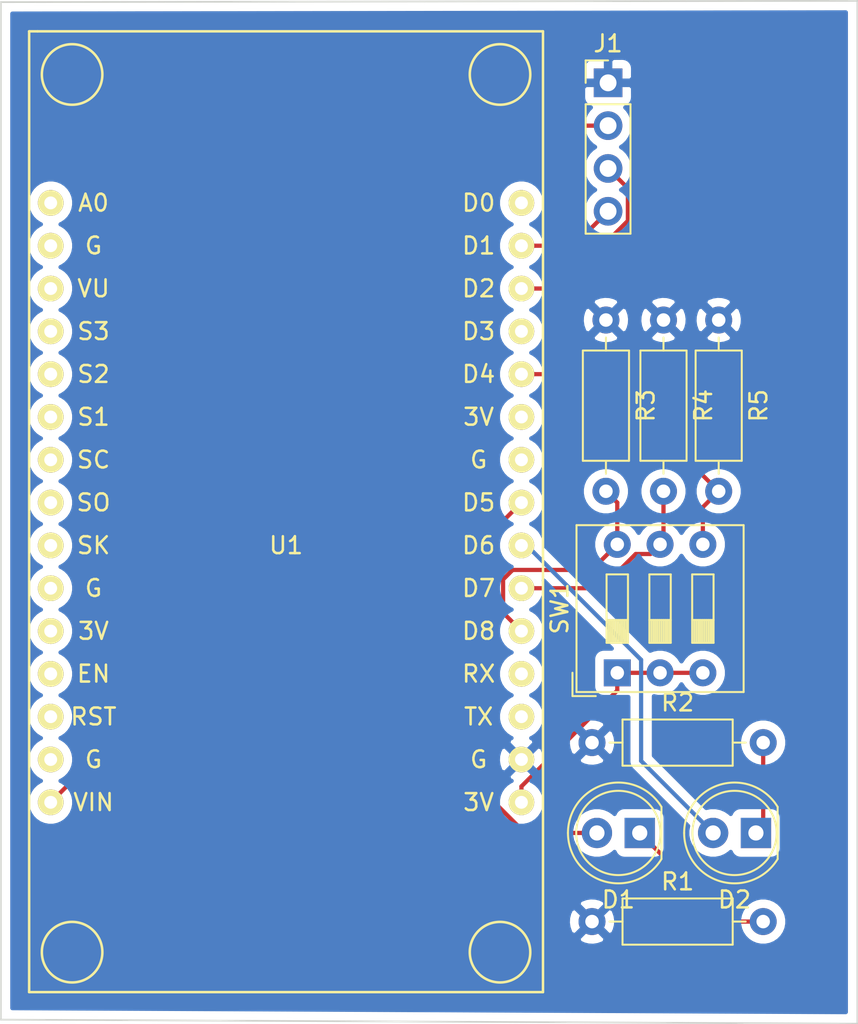
<source format=kicad_pcb>
(kicad_pcb (version 20171130) (host pcbnew "(5.1.9)-1")

  (general
    (thickness 1.6)
    (drawings 4)
    (tracks 45)
    (zones 0)
    (modules 10)
    (nets 33)
  )

  (page A4)
  (layers
    (0 F.Cu signal)
    (31 B.Cu signal)
    (32 B.Adhes user)
    (33 F.Adhes user)
    (34 B.Paste user)
    (35 F.Paste user)
    (36 B.SilkS user)
    (37 F.SilkS user)
    (38 B.Mask user)
    (39 F.Mask user)
    (40 Dwgs.User user)
    (41 Cmts.User user)
    (42 Eco1.User user)
    (43 Eco2.User user)
    (44 Edge.Cuts user)
    (45 Margin user)
    (46 B.CrtYd user)
    (47 F.CrtYd user)
    (48 B.Fab user)
    (49 F.Fab user)
  )

  (setup
    (last_trace_width 0.25)
    (trace_clearance 0.2)
    (zone_clearance 0.508)
    (zone_45_only no)
    (trace_min 0.2)
    (via_size 0.8)
    (via_drill 0.4)
    (via_min_size 0.4)
    (via_min_drill 0.3)
    (uvia_size 0.3)
    (uvia_drill 0.1)
    (uvias_allowed no)
    (uvia_min_size 0.2)
    (uvia_min_drill 0.1)
    (edge_width 0.05)
    (segment_width 0.2)
    (pcb_text_width 0.3)
    (pcb_text_size 1.5 1.5)
    (mod_edge_width 0.12)
    (mod_text_size 1 1)
    (mod_text_width 0.15)
    (pad_size 1.524 1.524)
    (pad_drill 0.762)
    (pad_to_mask_clearance 0)
    (aux_axis_origin 0 0)
    (grid_origin 95.8088 106.1212)
    (visible_elements 7FFFFFFF)
    (pcbplotparams
      (layerselection 0x010fc_ffffffff)
      (usegerberextensions false)
      (usegerberattributes true)
      (usegerberadvancedattributes true)
      (creategerberjobfile true)
      (excludeedgelayer true)
      (linewidth 0.100000)
      (plotframeref false)
      (viasonmask false)
      (mode 1)
      (useauxorigin false)
      (hpglpennumber 1)
      (hpglpenspeed 20)
      (hpglpendiameter 15.000000)
      (psnegative false)
      (psa4output false)
      (plotreference true)
      (plotvalue true)
      (plotinvisibletext false)
      (padsonsilk false)
      (subtractmaskfromsilk false)
      (outputformat 1)
      (mirror false)
      (drillshape 0)
      (scaleselection 1)
      (outputdirectory "Gerber/"))
  )

  (net 0 "")
  (net 1 LED_Gruen)
  (net 2 "Net-(D1-Pad1)")
  (net 3 LED_Rot)
  (net 4 "Net-(D2-Pad1)")
  (net 5 SCL)
  (net 6 SDA)
  (net 7 5V)
  (net 8 GND)
  (net 9 SW1)
  (net 10 SW2)
  (net 11 SW3)
  (net 12 3V3)
  (net 13 "Net-(U1-Pad30)")
  (net 14 "Net-(U1-Pad27)")
  (net 15 "Net-(U1-Pad25)")
  (net 16 "Net-(U1-Pad19)")
  (net 17 "Net-(U1-Pad18)")
  (net 18 "Net-(U1-Pad13)")
  (net 19 "Net-(U1-Pad12)")
  (net 20 "Net-(U1-Pad11)")
  (net 21 "Net-(U1-Pad10)")
  (net 22 "Net-(U1-Pad9)")
  (net 23 "Net-(U1-Pad8)")
  (net 24 "Net-(U1-Pad7)")
  (net 25 "Net-(U1-Pad6)")
  (net 26 "Net-(U1-Pad5)")
  (net 27 "Net-(U1-Pad4)")
  (net 28 "Net-(U1-Pad2)")
  (net 29 "Net-(U1-Pad1)")
  (net 30 "Net-(U1-Pad24)")
  (net 31 "Net-(U1-Pad14)")
  (net 32 "Net-(U1-Pad3)")

  (net_class Default "This is the default net class."
    (clearance 0.2)
    (trace_width 0.25)
    (via_dia 0.8)
    (via_drill 0.4)
    (uvia_dia 0.3)
    (uvia_drill 0.1)
    (add_net 3V3)
    (add_net 5V)
    (add_net GND)
    (add_net LED_Gruen)
    (add_net LED_Rot)
    (add_net "Net-(D1-Pad1)")
    (add_net "Net-(D2-Pad1)")
    (add_net "Net-(U1-Pad1)")
    (add_net "Net-(U1-Pad10)")
    (add_net "Net-(U1-Pad11)")
    (add_net "Net-(U1-Pad12)")
    (add_net "Net-(U1-Pad13)")
    (add_net "Net-(U1-Pad14)")
    (add_net "Net-(U1-Pad18)")
    (add_net "Net-(U1-Pad19)")
    (add_net "Net-(U1-Pad2)")
    (add_net "Net-(U1-Pad24)")
    (add_net "Net-(U1-Pad25)")
    (add_net "Net-(U1-Pad27)")
    (add_net "Net-(U1-Pad3)")
    (add_net "Net-(U1-Pad30)")
    (add_net "Net-(U1-Pad4)")
    (add_net "Net-(U1-Pad5)")
    (add_net "Net-(U1-Pad6)")
    (add_net "Net-(U1-Pad7)")
    (add_net "Net-(U1-Pad8)")
    (add_net "Net-(U1-Pad9)")
    (add_net SCL)
    (add_net SDA)
    (add_net SW1)
    (add_net SW2)
    (add_net SW3)
  )

  (module Resistor_THT:R_Axial_DIN0207_L6.3mm_D2.5mm_P10.16mm_Horizontal (layer F.Cu) (tedit 5AE5139B) (tstamp 616F6BB6)
    (at 127.889 102.5652)
    (descr "Resistor, Axial_DIN0207 series, Axial, Horizontal, pin pitch=10.16mm, 0.25W = 1/4W, length*diameter=6.3*2.5mm^2, http://cdn-reichelt.de/documents/datenblatt/B400/1_4W%23YAG.pdf")
    (tags "Resistor Axial_DIN0207 series Axial Horizontal pin pitch 10.16mm 0.25W = 1/4W length 6.3mm diameter 2.5mm")
    (path /616A60EB)
    (fp_text reference R2 (at 5.08 -2.37) (layer F.SilkS)
      (effects (font (size 1 1) (thickness 0.15)))
    )
    (fp_text value R (at 5.08 2.37) (layer F.Fab)
      (effects (font (size 1 1) (thickness 0.15)))
    )
    (fp_line (start 11.21 -1.5) (end -1.05 -1.5) (layer F.CrtYd) (width 0.05))
    (fp_line (start 11.21 1.5) (end 11.21 -1.5) (layer F.CrtYd) (width 0.05))
    (fp_line (start -1.05 1.5) (end 11.21 1.5) (layer F.CrtYd) (width 0.05))
    (fp_line (start -1.05 -1.5) (end -1.05 1.5) (layer F.CrtYd) (width 0.05))
    (fp_line (start 9.12 0) (end 8.35 0) (layer F.SilkS) (width 0.12))
    (fp_line (start 1.04 0) (end 1.81 0) (layer F.SilkS) (width 0.12))
    (fp_line (start 8.35 -1.37) (end 1.81 -1.37) (layer F.SilkS) (width 0.12))
    (fp_line (start 8.35 1.37) (end 8.35 -1.37) (layer F.SilkS) (width 0.12))
    (fp_line (start 1.81 1.37) (end 8.35 1.37) (layer F.SilkS) (width 0.12))
    (fp_line (start 1.81 -1.37) (end 1.81 1.37) (layer F.SilkS) (width 0.12))
    (fp_line (start 10.16 0) (end 8.23 0) (layer F.Fab) (width 0.1))
    (fp_line (start 0 0) (end 1.93 0) (layer F.Fab) (width 0.1))
    (fp_line (start 8.23 -1.25) (end 1.93 -1.25) (layer F.Fab) (width 0.1))
    (fp_line (start 8.23 1.25) (end 8.23 -1.25) (layer F.Fab) (width 0.1))
    (fp_line (start 1.93 1.25) (end 8.23 1.25) (layer F.Fab) (width 0.1))
    (fp_line (start 1.93 -1.25) (end 1.93 1.25) (layer F.Fab) (width 0.1))
    (fp_text user %R (at 5.08 0) (layer F.Fab)
      (effects (font (size 1 1) (thickness 0.15)))
    )
    (pad 2 thru_hole oval (at 10.16 0) (size 1.6 1.6) (drill 0.8) (layers *.Cu *.Mask)
      (net 4 "Net-(D2-Pad1)"))
    (pad 1 thru_hole circle (at 0 0) (size 1.6 1.6) (drill 0.8) (layers *.Cu *.Mask)
      (net 8 GND))
    (model ${KISYS3DMOD}/Resistor_THT.3dshapes/R_Axial_DIN0207_L6.3mm_D2.5mm_P10.16mm_Horizontal.wrl
      (at (xyz 0 0 0))
      (scale (xyz 1 1 1))
      (rotate (xyz 0 0 0))
    )
  )

  (module ESP8266:NodeMCU-LoLinV3 (layer F.Cu) (tedit 5AF0808C) (tstamp 616F6CBF)
    (at 109.7287 90.8674)
    (path /616FFE69)
    (fp_text reference U1 (at 0 0) (layer F.SilkS)
      (effects (font (size 1 1) (thickness 0.15)))
    )
    (fp_text value NodeMCU_LUA_Amica_V2 (at 0 -29.21) (layer F.Fab)
      (effects (font (size 1 1) (thickness 0.15)))
    )
    (fp_line (start 15.25 26.5) (end 15.25 -30.5) (layer F.SilkS) (width 0.15))
    (fp_line (start -15.25 26.5) (end 15.25 26.5) (layer F.SilkS) (width 0.15))
    (fp_line (start -15.25 -30.5) (end -15.25 26.5) (layer F.SilkS) (width 0.15))
    (fp_line (start -14.75 -30.5) (end -15.25 -30.5) (layer F.SilkS) (width 0.15))
    (fp_line (start 15.25 -30.5) (end -14.75 -30.5) (layer F.SilkS) (width 0.15))
    (fp_circle (center 12.7 -27.94) (end 13.97 -29.21) (layer F.SilkS) (width 0.15))
    (fp_circle (center -12.7 -27.94) (end -11.43 -29.21) (layer F.SilkS) (width 0.15))
    (fp_circle (center -12.7 24.13) (end -11.43 22.86) (layer F.SilkS) (width 0.15))
    (fp_circle (center 12.7 24.13) (end 13.97 22.86) (layer F.SilkS) (width 0.15))
    (fp_text user D0 (at 11.43 -20.32) (layer F.SilkS)
      (effects (font (size 1 1) (thickness 0.15)))
    )
    (fp_text user D1 (at 11.43 -17.78) (layer F.SilkS)
      (effects (font (size 1 1) (thickness 0.15)))
    )
    (fp_text user D2 (at 11.43 -15.24) (layer F.SilkS)
      (effects (font (size 1 1) (thickness 0.15)))
    )
    (fp_text user D3 (at 11.43 -12.7) (layer F.SilkS)
      (effects (font (size 1 1) (thickness 0.15)))
    )
    (fp_text user D4 (at 11.43 -10.16) (layer F.SilkS)
      (effects (font (size 1 1) (thickness 0.15)))
    )
    (fp_text user 3V (at 11.43 -7.62) (layer F.SilkS)
      (effects (font (size 1 1) (thickness 0.15)))
    )
    (fp_text user G (at 11.43 -5.08) (layer F.SilkS)
      (effects (font (size 1 1) (thickness 0.15)))
    )
    (fp_text user D5 (at 11.43 -2.54) (layer F.SilkS)
      (effects (font (size 1 1) (thickness 0.15)))
    )
    (fp_text user D6 (at 11.43 0) (layer F.SilkS)
      (effects (font (size 1 1) (thickness 0.15)))
    )
    (fp_text user D7 (at 11.43 2.54) (layer F.SilkS)
      (effects (font (size 1 1) (thickness 0.15)))
    )
    (fp_text user D8 (at 11.43 5.08) (layer F.SilkS)
      (effects (font (size 1 1) (thickness 0.15)))
    )
    (fp_text user RX (at 11.43 7.62) (layer F.SilkS)
      (effects (font (size 1 1) (thickness 0.15)))
    )
    (fp_text user TX (at 11.43 10.16) (layer F.SilkS)
      (effects (font (size 1 1) (thickness 0.15)))
    )
    (fp_text user G (at 11.43 12.7) (layer F.SilkS)
      (effects (font (size 1 1) (thickness 0.15)))
    )
    (fp_text user 3V (at 11.43 15.24) (layer F.SilkS)
      (effects (font (size 1 1) (thickness 0.15)))
    )
    (fp_text user A0 (at -11.43 -20.32) (layer F.SilkS)
      (effects (font (size 1 1) (thickness 0.15)))
    )
    (fp_text user G (at -11.43 -17.78) (layer F.SilkS)
      (effects (font (size 1 1) (thickness 0.15)))
    )
    (fp_text user VU (at -11.43 -15.24) (layer F.SilkS)
      (effects (font (size 1 1) (thickness 0.15)))
    )
    (fp_text user S3 (at -11.43 -12.7) (layer F.SilkS)
      (effects (font (size 1 1) (thickness 0.15)))
    )
    (fp_text user S2 (at -11.43 -10.16) (layer F.SilkS)
      (effects (font (size 1 1) (thickness 0.15)))
    )
    (fp_text user S1 (at -11.43 -7.62) (layer F.SilkS)
      (effects (font (size 1 1) (thickness 0.15)))
    )
    (fp_text user SC (at -11.43 -5.08) (layer F.SilkS)
      (effects (font (size 1 1) (thickness 0.15)))
    )
    (fp_text user SO (at -11.43 -2.54) (layer F.SilkS)
      (effects (font (size 1 1) (thickness 0.15)))
    )
    (fp_text user SK (at -11.43 0) (layer F.SilkS)
      (effects (font (size 1 1) (thickness 0.15)))
    )
    (fp_text user G (at -11.43 2.54) (layer F.SilkS)
      (effects (font (size 1 1) (thickness 0.15)))
    )
    (fp_text user 3V (at -11.43 5.08) (layer F.SilkS)
      (effects (font (size 1 1) (thickness 0.15)))
    )
    (fp_text user EN (at -11.43 7.62) (layer F.SilkS)
      (effects (font (size 1 1) (thickness 0.15)))
    )
    (fp_text user RST (at -11.43 10.16) (layer F.SilkS)
      (effects (font (size 1 1) (thickness 0.15)))
    )
    (fp_text user G (at -11.43 12.7) (layer F.SilkS)
      (effects (font (size 1 1) (thickness 0.15)))
    )
    (fp_text user VIN (at -11.43 15.24) (layer F.SilkS)
      (effects (font (size 1 1) (thickness 0.15)))
    )
    (pad 30 thru_hole circle (at 13.97 -20.32) (size 1.524 1.524) (drill 0.762) (layers *.Cu *.Mask F.SilkS)
      (net 13 "Net-(U1-Pad30)"))
    (pad 29 thru_hole circle (at 13.97 -17.78) (size 1.524 1.524) (drill 0.762) (layers *.Cu *.Mask F.SilkS)
      (net 5 SCL))
    (pad 28 thru_hole circle (at 13.97 -15.24) (size 1.524 1.524) (drill 0.762) (layers *.Cu *.Mask F.SilkS)
      (net 6 SDA))
    (pad 27 thru_hole circle (at 13.97 -12.7) (size 1.524 1.524) (drill 0.762) (layers *.Cu *.Mask F.SilkS)
      (net 14 "Net-(U1-Pad27)"))
    (pad 26 thru_hole circle (at 13.97 -10.16) (size 1.524 1.524) (drill 0.762) (layers *.Cu *.Mask F.SilkS)
      (net 11 SW3))
    (pad 25 thru_hole circle (at 13.97 -7.62) (size 1.524 1.524) (drill 0.762) (layers *.Cu *.Mask F.SilkS)
      (net 15 "Net-(U1-Pad25)"))
    (pad 24 thru_hole circle (at 13.97 -5.08) (size 1.524 1.524) (drill 0.762) (layers *.Cu *.Mask F.SilkS)
      (net 30 "Net-(U1-Pad24)"))
    (pad 23 thru_hole circle (at 13.97 -2.54) (size 1.524 1.524) (drill 0.762) (layers *.Cu *.Mask F.SilkS)
      (net 1 LED_Gruen))
    (pad 22 thru_hole circle (at 13.97 0) (size 1.524 1.524) (drill 0.762) (layers *.Cu *.Mask F.SilkS)
      (net 3 LED_Rot))
    (pad 21 thru_hole circle (at 13.97 2.54) (size 1.524 1.524) (drill 0.762) (layers *.Cu *.Mask F.SilkS)
      (net 10 SW2))
    (pad 20 thru_hole circle (at 13.97 5.08) (size 1.524 1.524) (drill 0.762) (layers *.Cu *.Mask F.SilkS)
      (net 9 SW1))
    (pad 19 thru_hole circle (at 13.97 7.62) (size 1.524 1.524) (drill 0.762) (layers *.Cu *.Mask F.SilkS)
      (net 16 "Net-(U1-Pad19)"))
    (pad 18 thru_hole circle (at 13.97 10.16) (size 1.524 1.524) (drill 0.762) (layers *.Cu *.Mask F.SilkS)
      (net 17 "Net-(U1-Pad18)"))
    (pad 17 thru_hole circle (at 13.97 12.7) (size 1.524 1.524) (drill 0.762) (layers *.Cu *.Mask F.SilkS)
      (net 8 GND))
    (pad 16 thru_hole circle (at 13.97 15.24) (size 1.524 1.524) (drill 0.762) (layers *.Cu *.Mask F.SilkS)
      (net 12 3V3))
    (pad 15 thru_hole circle (at -13.97 15.24) (size 1.524 1.524) (drill 0.762) (layers *.Cu *.Mask F.SilkS)
      (net 7 5V))
    (pad 14 thru_hole circle (at -13.97 12.7) (size 1.524 1.524) (drill 0.762) (layers *.Cu *.Mask F.SilkS)
      (net 31 "Net-(U1-Pad14)"))
    (pad 13 thru_hole circle (at -13.97 10.16) (size 1.524 1.524) (drill 0.762) (layers *.Cu *.Mask F.SilkS)
      (net 18 "Net-(U1-Pad13)"))
    (pad 12 thru_hole circle (at -13.97 7.62) (size 1.524 1.524) (drill 0.762) (layers *.Cu *.Mask F.SilkS)
      (net 19 "Net-(U1-Pad12)"))
    (pad 11 thru_hole circle (at -13.97 5.08) (size 1.524 1.524) (drill 0.762) (layers *.Cu *.Mask F.SilkS)
      (net 20 "Net-(U1-Pad11)"))
    (pad 10 thru_hole circle (at -13.97 2.54) (size 1.524 1.524) (drill 0.762) (layers *.Cu *.Mask F.SilkS)
      (net 21 "Net-(U1-Pad10)"))
    (pad 9 thru_hole circle (at -13.97 0) (size 1.524 1.524) (drill 0.762) (layers *.Cu *.Mask F.SilkS)
      (net 22 "Net-(U1-Pad9)"))
    (pad 8 thru_hole circle (at -13.97 -2.54) (size 1.524 1.524) (drill 0.762) (layers *.Cu *.Mask F.SilkS)
      (net 23 "Net-(U1-Pad8)"))
    (pad 7 thru_hole circle (at -13.97 -5.08) (size 1.524 1.524) (drill 0.762) (layers *.Cu *.Mask F.SilkS)
      (net 24 "Net-(U1-Pad7)"))
    (pad 6 thru_hole circle (at -13.97 -7.62) (size 1.524 1.524) (drill 0.762) (layers *.Cu *.Mask F.SilkS)
      (net 25 "Net-(U1-Pad6)"))
    (pad 5 thru_hole circle (at -13.97 -10.16) (size 1.524 1.524) (drill 0.762) (layers *.Cu *.Mask F.SilkS)
      (net 26 "Net-(U1-Pad5)"))
    (pad 4 thru_hole circle (at -13.97 -12.7) (size 1.524 1.524) (drill 0.762) (layers *.Cu *.Mask F.SilkS)
      (net 27 "Net-(U1-Pad4)"))
    (pad 3 thru_hole circle (at -13.97 -15.24) (size 1.524 1.524) (drill 0.762) (layers *.Cu *.Mask F.SilkS)
      (net 32 "Net-(U1-Pad3)"))
    (pad 2 thru_hole circle (at -13.97 -17.78) (size 1.524 1.524) (drill 0.762) (layers *.Cu *.Mask F.SilkS)
      (net 28 "Net-(U1-Pad2)"))
    (pad 1 thru_hole circle (at -13.97 -20.32) (size 1.524 1.524) (drill 0.762) (layers *.Cu *.Mask F.SilkS)
      (net 29 "Net-(U1-Pad1)"))
  )

  (module Button_Switch_THT:SW_DIP_SPSTx03_Slide_9.78x9.8mm_W7.62mm_P2.54mm (layer F.Cu) (tedit 5A4E1404) (tstamp 616F6C76)
    (at 129.3876 98.425 90)
    (descr "3x-dip-switch SPST , Slide, row spacing 7.62 mm (300 mils), body size 9.78x9.8mm (see e.g. https://www.ctscorp.com/wp-content/uploads/206-208.pdf)")
    (tags "DIP Switch SPST Slide 7.62mm 300mil")
    (path /6170F6DB)
    (fp_text reference SW1 (at 3.81 -3.42 90) (layer F.SilkS)
      (effects (font (size 1 1) (thickness 0.15)))
    )
    (fp_text value SW_DIP_x03 (at 3.81 8.5 90) (layer F.Fab)
      (effects (font (size 1 1) (thickness 0.15)))
    )
    (fp_line (start 8.95 -2.7) (end -1.35 -2.7) (layer F.CrtYd) (width 0.05))
    (fp_line (start 8.95 7.75) (end 8.95 -2.7) (layer F.CrtYd) (width 0.05))
    (fp_line (start -1.35 7.75) (end 8.95 7.75) (layer F.CrtYd) (width 0.05))
    (fp_line (start -1.35 -2.7) (end -1.35 7.75) (layer F.CrtYd) (width 0.05))
    (fp_line (start 3.133333 4.445) (end 3.133333 5.715) (layer F.SilkS) (width 0.12))
    (fp_line (start 1.78 5.645) (end 3.133333 5.645) (layer F.SilkS) (width 0.12))
    (fp_line (start 1.78 5.525) (end 3.133333 5.525) (layer F.SilkS) (width 0.12))
    (fp_line (start 1.78 5.405) (end 3.133333 5.405) (layer F.SilkS) (width 0.12))
    (fp_line (start 1.78 5.285) (end 3.133333 5.285) (layer F.SilkS) (width 0.12))
    (fp_line (start 1.78 5.165) (end 3.133333 5.165) (layer F.SilkS) (width 0.12))
    (fp_line (start 1.78 5.045) (end 3.133333 5.045) (layer F.SilkS) (width 0.12))
    (fp_line (start 1.78 4.925) (end 3.133333 4.925) (layer F.SilkS) (width 0.12))
    (fp_line (start 1.78 4.805) (end 3.133333 4.805) (layer F.SilkS) (width 0.12))
    (fp_line (start 1.78 4.685) (end 3.133333 4.685) (layer F.SilkS) (width 0.12))
    (fp_line (start 1.78 4.565) (end 3.133333 4.565) (layer F.SilkS) (width 0.12))
    (fp_line (start 5.84 4.445) (end 1.78 4.445) (layer F.SilkS) (width 0.12))
    (fp_line (start 5.84 5.715) (end 5.84 4.445) (layer F.SilkS) (width 0.12))
    (fp_line (start 1.78 5.715) (end 5.84 5.715) (layer F.SilkS) (width 0.12))
    (fp_line (start 1.78 4.445) (end 1.78 5.715) (layer F.SilkS) (width 0.12))
    (fp_line (start 3.133333 1.905) (end 3.133333 3.175) (layer F.SilkS) (width 0.12))
    (fp_line (start 1.78 3.105) (end 3.133333 3.105) (layer F.SilkS) (width 0.12))
    (fp_line (start 1.78 2.985) (end 3.133333 2.985) (layer F.SilkS) (width 0.12))
    (fp_line (start 1.78 2.865) (end 3.133333 2.865) (layer F.SilkS) (width 0.12))
    (fp_line (start 1.78 2.745) (end 3.133333 2.745) (layer F.SilkS) (width 0.12))
    (fp_line (start 1.78 2.625) (end 3.133333 2.625) (layer F.SilkS) (width 0.12))
    (fp_line (start 1.78 2.505) (end 3.133333 2.505) (layer F.SilkS) (width 0.12))
    (fp_line (start 1.78 2.385) (end 3.133333 2.385) (layer F.SilkS) (width 0.12))
    (fp_line (start 1.78 2.265) (end 3.133333 2.265) (layer F.SilkS) (width 0.12))
    (fp_line (start 1.78 2.145) (end 3.133333 2.145) (layer F.SilkS) (width 0.12))
    (fp_line (start 1.78 2.025) (end 3.133333 2.025) (layer F.SilkS) (width 0.12))
    (fp_line (start 5.84 1.905) (end 1.78 1.905) (layer F.SilkS) (width 0.12))
    (fp_line (start 5.84 3.175) (end 5.84 1.905) (layer F.SilkS) (width 0.12))
    (fp_line (start 1.78 3.175) (end 5.84 3.175) (layer F.SilkS) (width 0.12))
    (fp_line (start 1.78 1.905) (end 1.78 3.175) (layer F.SilkS) (width 0.12))
    (fp_line (start 3.133333 -0.635) (end 3.133333 0.635) (layer F.SilkS) (width 0.12))
    (fp_line (start 1.78 0.565) (end 3.133333 0.565) (layer F.SilkS) (width 0.12))
    (fp_line (start 1.78 0.445) (end 3.133333 0.445) (layer F.SilkS) (width 0.12))
    (fp_line (start 1.78 0.325) (end 3.133333 0.325) (layer F.SilkS) (width 0.12))
    (fp_line (start 1.78 0.205) (end 3.133333 0.205) (layer F.SilkS) (width 0.12))
    (fp_line (start 1.78 0.085) (end 3.133333 0.085) (layer F.SilkS) (width 0.12))
    (fp_line (start 1.78 -0.035) (end 3.133333 -0.035) (layer F.SilkS) (width 0.12))
    (fp_line (start 1.78 -0.155) (end 3.133333 -0.155) (layer F.SilkS) (width 0.12))
    (fp_line (start 1.78 -0.275) (end 3.133333 -0.275) (layer F.SilkS) (width 0.12))
    (fp_line (start 1.78 -0.395) (end 3.133333 -0.395) (layer F.SilkS) (width 0.12))
    (fp_line (start 1.78 -0.515) (end 3.133333 -0.515) (layer F.SilkS) (width 0.12))
    (fp_line (start 5.84 -0.635) (end 1.78 -0.635) (layer F.SilkS) (width 0.12))
    (fp_line (start 5.84 0.635) (end 5.84 -0.635) (layer F.SilkS) (width 0.12))
    (fp_line (start 1.78 0.635) (end 5.84 0.635) (layer F.SilkS) (width 0.12))
    (fp_line (start 1.78 -0.635) (end 1.78 0.635) (layer F.SilkS) (width 0.12))
    (fp_line (start -1.38 -2.66) (end -1.38 -1.277) (layer F.SilkS) (width 0.12))
    (fp_line (start -1.38 -2.66) (end 0.004 -2.66) (layer F.SilkS) (width 0.12))
    (fp_line (start 8.76 -2.42) (end 8.76 7.5) (layer F.SilkS) (width 0.12))
    (fp_line (start -1.14 -2.42) (end -1.14 7.5) (layer F.SilkS) (width 0.12))
    (fp_line (start -1.14 7.5) (end 8.76 7.5) (layer F.SilkS) (width 0.12))
    (fp_line (start -1.14 -2.42) (end 8.76 -2.42) (layer F.SilkS) (width 0.12))
    (fp_line (start 3.133333 4.445) (end 3.133333 5.715) (layer F.Fab) (width 0.1))
    (fp_line (start 1.78 5.645) (end 3.133333 5.645) (layer F.Fab) (width 0.1))
    (fp_line (start 1.78 5.545) (end 3.133333 5.545) (layer F.Fab) (width 0.1))
    (fp_line (start 1.78 5.445) (end 3.133333 5.445) (layer F.Fab) (width 0.1))
    (fp_line (start 1.78 5.345) (end 3.133333 5.345) (layer F.Fab) (width 0.1))
    (fp_line (start 1.78 5.245) (end 3.133333 5.245) (layer F.Fab) (width 0.1))
    (fp_line (start 1.78 5.145) (end 3.133333 5.145) (layer F.Fab) (width 0.1))
    (fp_line (start 1.78 5.045) (end 3.133333 5.045) (layer F.Fab) (width 0.1))
    (fp_line (start 1.78 4.945) (end 3.133333 4.945) (layer F.Fab) (width 0.1))
    (fp_line (start 1.78 4.845) (end 3.133333 4.845) (layer F.Fab) (width 0.1))
    (fp_line (start 1.78 4.745) (end 3.133333 4.745) (layer F.Fab) (width 0.1))
    (fp_line (start 1.78 4.645) (end 3.133333 4.645) (layer F.Fab) (width 0.1))
    (fp_line (start 1.78 4.545) (end 3.133333 4.545) (layer F.Fab) (width 0.1))
    (fp_line (start 5.84 4.445) (end 1.78 4.445) (layer F.Fab) (width 0.1))
    (fp_line (start 5.84 5.715) (end 5.84 4.445) (layer F.Fab) (width 0.1))
    (fp_line (start 1.78 5.715) (end 5.84 5.715) (layer F.Fab) (width 0.1))
    (fp_line (start 1.78 4.445) (end 1.78 5.715) (layer F.Fab) (width 0.1))
    (fp_line (start 3.133333 1.905) (end 3.133333 3.175) (layer F.Fab) (width 0.1))
    (fp_line (start 1.78 3.105) (end 3.133333 3.105) (layer F.Fab) (width 0.1))
    (fp_line (start 1.78 3.005) (end 3.133333 3.005) (layer F.Fab) (width 0.1))
    (fp_line (start 1.78 2.905) (end 3.133333 2.905) (layer F.Fab) (width 0.1))
    (fp_line (start 1.78 2.805) (end 3.133333 2.805) (layer F.Fab) (width 0.1))
    (fp_line (start 1.78 2.705) (end 3.133333 2.705) (layer F.Fab) (width 0.1))
    (fp_line (start 1.78 2.605) (end 3.133333 2.605) (layer F.Fab) (width 0.1))
    (fp_line (start 1.78 2.505) (end 3.133333 2.505) (layer F.Fab) (width 0.1))
    (fp_line (start 1.78 2.405) (end 3.133333 2.405) (layer F.Fab) (width 0.1))
    (fp_line (start 1.78 2.305) (end 3.133333 2.305) (layer F.Fab) (width 0.1))
    (fp_line (start 1.78 2.205) (end 3.133333 2.205) (layer F.Fab) (width 0.1))
    (fp_line (start 1.78 2.105) (end 3.133333 2.105) (layer F.Fab) (width 0.1))
    (fp_line (start 1.78 2.005) (end 3.133333 2.005) (layer F.Fab) (width 0.1))
    (fp_line (start 5.84 1.905) (end 1.78 1.905) (layer F.Fab) (width 0.1))
    (fp_line (start 5.84 3.175) (end 5.84 1.905) (layer F.Fab) (width 0.1))
    (fp_line (start 1.78 3.175) (end 5.84 3.175) (layer F.Fab) (width 0.1))
    (fp_line (start 1.78 1.905) (end 1.78 3.175) (layer F.Fab) (width 0.1))
    (fp_line (start 3.133333 -0.635) (end 3.133333 0.635) (layer F.Fab) (width 0.1))
    (fp_line (start 1.78 0.565) (end 3.133333 0.565) (layer F.Fab) (width 0.1))
    (fp_line (start 1.78 0.465) (end 3.133333 0.465) (layer F.Fab) (width 0.1))
    (fp_line (start 1.78 0.365) (end 3.133333 0.365) (layer F.Fab) (width 0.1))
    (fp_line (start 1.78 0.265) (end 3.133333 0.265) (layer F.Fab) (width 0.1))
    (fp_line (start 1.78 0.165) (end 3.133333 0.165) (layer F.Fab) (width 0.1))
    (fp_line (start 1.78 0.065) (end 3.133333 0.065) (layer F.Fab) (width 0.1))
    (fp_line (start 1.78 -0.035) (end 3.133333 -0.035) (layer F.Fab) (width 0.1))
    (fp_line (start 1.78 -0.135) (end 3.133333 -0.135) (layer F.Fab) (width 0.1))
    (fp_line (start 1.78 -0.235) (end 3.133333 -0.235) (layer F.Fab) (width 0.1))
    (fp_line (start 1.78 -0.335) (end 3.133333 -0.335) (layer F.Fab) (width 0.1))
    (fp_line (start 1.78 -0.435) (end 3.133333 -0.435) (layer F.Fab) (width 0.1))
    (fp_line (start 1.78 -0.535) (end 3.133333 -0.535) (layer F.Fab) (width 0.1))
    (fp_line (start 5.84 -0.635) (end 1.78 -0.635) (layer F.Fab) (width 0.1))
    (fp_line (start 5.84 0.635) (end 5.84 -0.635) (layer F.Fab) (width 0.1))
    (fp_line (start 1.78 0.635) (end 5.84 0.635) (layer F.Fab) (width 0.1))
    (fp_line (start 1.78 -0.635) (end 1.78 0.635) (layer F.Fab) (width 0.1))
    (fp_line (start -1.08 -1.36) (end -0.08 -2.36) (layer F.Fab) (width 0.1))
    (fp_line (start -1.08 7.44) (end -1.08 -1.36) (layer F.Fab) (width 0.1))
    (fp_line (start 8.7 7.44) (end -1.08 7.44) (layer F.Fab) (width 0.1))
    (fp_line (start 8.7 -2.36) (end 8.7 7.44) (layer F.Fab) (width 0.1))
    (fp_line (start -0.08 -2.36) (end 8.7 -2.36) (layer F.Fab) (width 0.1))
    (fp_text user on (at 5.365 -1.4975 90) (layer F.Fab)
      (effects (font (size 0.8 0.8) (thickness 0.12)))
    )
    (fp_text user %R (at 7.27 2.54) (layer F.Fab)
      (effects (font (size 0.8 0.8) (thickness 0.12)))
    )
    (pad 6 thru_hole oval (at 7.62 0 90) (size 1.6 1.6) (drill 0.8) (layers *.Cu *.Mask)
      (net 9 SW1))
    (pad 3 thru_hole oval (at 0 5.08 90) (size 1.6 1.6) (drill 0.8) (layers *.Cu *.Mask)
      (net 12 3V3))
    (pad 5 thru_hole oval (at 7.62 2.54 90) (size 1.6 1.6) (drill 0.8) (layers *.Cu *.Mask)
      (net 10 SW2))
    (pad 2 thru_hole oval (at 0 2.54 90) (size 1.6 1.6) (drill 0.8) (layers *.Cu *.Mask)
      (net 12 3V3))
    (pad 4 thru_hole oval (at 7.62 5.08 90) (size 1.6 1.6) (drill 0.8) (layers *.Cu *.Mask)
      (net 11 SW3))
    (pad 1 thru_hole rect (at 0 0 90) (size 1.6 1.6) (drill 0.8) (layers *.Cu *.Mask)
      (net 12 3V3))
    (model ${KISYS3DMOD}/Button_Switch_THT.3dshapes/SW_DIP_SPSTx03_Slide_9.78x9.8mm_W7.62mm_P2.54mm.wrl
      (at (xyz 0 0 0))
      (scale (xyz 1 1 1))
      (rotate (xyz 0 0 90))
    )
  )

  (module Resistor_THT:R_Axial_DIN0207_L6.3mm_D2.5mm_P10.16mm_Horizontal (layer F.Cu) (tedit 5AE5139B) (tstamp 616F6BFB)
    (at 135.4074 77.4954 270)
    (descr "Resistor, Axial_DIN0207 series, Axial, Horizontal, pin pitch=10.16mm, 0.25W = 1/4W, length*diameter=6.3*2.5mm^2, http://cdn-reichelt.de/documents/datenblatt/B400/1_4W%23YAG.pdf")
    (tags "Resistor Axial_DIN0207 series Axial Horizontal pin pitch 10.16mm 0.25W = 1/4W length 6.3mm diameter 2.5mm")
    (path /617133DF)
    (fp_text reference R5 (at 5.08 -2.37 90) (layer F.SilkS)
      (effects (font (size 1 1) (thickness 0.15)))
    )
    (fp_text value R (at 5.08 2.37 90) (layer F.Fab)
      (effects (font (size 1 1) (thickness 0.15)))
    )
    (fp_line (start 11.21 -1.5) (end -1.05 -1.5) (layer F.CrtYd) (width 0.05))
    (fp_line (start 11.21 1.5) (end 11.21 -1.5) (layer F.CrtYd) (width 0.05))
    (fp_line (start -1.05 1.5) (end 11.21 1.5) (layer F.CrtYd) (width 0.05))
    (fp_line (start -1.05 -1.5) (end -1.05 1.5) (layer F.CrtYd) (width 0.05))
    (fp_line (start 9.12 0) (end 8.35 0) (layer F.SilkS) (width 0.12))
    (fp_line (start 1.04 0) (end 1.81 0) (layer F.SilkS) (width 0.12))
    (fp_line (start 8.35 -1.37) (end 1.81 -1.37) (layer F.SilkS) (width 0.12))
    (fp_line (start 8.35 1.37) (end 8.35 -1.37) (layer F.SilkS) (width 0.12))
    (fp_line (start 1.81 1.37) (end 8.35 1.37) (layer F.SilkS) (width 0.12))
    (fp_line (start 1.81 -1.37) (end 1.81 1.37) (layer F.SilkS) (width 0.12))
    (fp_line (start 10.16 0) (end 8.23 0) (layer F.Fab) (width 0.1))
    (fp_line (start 0 0) (end 1.93 0) (layer F.Fab) (width 0.1))
    (fp_line (start 8.23 -1.25) (end 1.93 -1.25) (layer F.Fab) (width 0.1))
    (fp_line (start 8.23 1.25) (end 8.23 -1.25) (layer F.Fab) (width 0.1))
    (fp_line (start 1.93 1.25) (end 8.23 1.25) (layer F.Fab) (width 0.1))
    (fp_line (start 1.93 -1.25) (end 1.93 1.25) (layer F.Fab) (width 0.1))
    (fp_text user %R (at 5.08 0 90) (layer F.Fab)
      (effects (font (size 1 1) (thickness 0.15)))
    )
    (pad 2 thru_hole oval (at 10.16 0 270) (size 1.6 1.6) (drill 0.8) (layers *.Cu *.Mask)
      (net 11 SW3))
    (pad 1 thru_hole circle (at 0 0 270) (size 1.6 1.6) (drill 0.8) (layers *.Cu *.Mask)
      (net 8 GND))
    (model ${KISYS3DMOD}/Resistor_THT.3dshapes/R_Axial_DIN0207_L6.3mm_D2.5mm_P10.16mm_Horizontal.wrl
      (at (xyz 0 0 0))
      (scale (xyz 1 1 1))
      (rotate (xyz 0 0 0))
    )
  )

  (module Resistor_THT:R_Axial_DIN0207_L6.3mm_D2.5mm_P10.16mm_Horizontal (layer F.Cu) (tedit 5AE5139B) (tstamp 616F6BE4)
    (at 132.1308 77.4954 270)
    (descr "Resistor, Axial_DIN0207 series, Axial, Horizontal, pin pitch=10.16mm, 0.25W = 1/4W, length*diameter=6.3*2.5mm^2, http://cdn-reichelt.de/documents/datenblatt/B400/1_4W%23YAG.pdf")
    (tags "Resistor Axial_DIN0207 series Axial Horizontal pin pitch 10.16mm 0.25W = 1/4W length 6.3mm diameter 2.5mm")
    (path /61713DD6)
    (fp_text reference R4 (at 5.08 -2.37 90) (layer F.SilkS)
      (effects (font (size 1 1) (thickness 0.15)))
    )
    (fp_text value R (at 5.08 2.37 90) (layer F.Fab)
      (effects (font (size 1 1) (thickness 0.15)))
    )
    (fp_line (start 11.21 -1.5) (end -1.05 -1.5) (layer F.CrtYd) (width 0.05))
    (fp_line (start 11.21 1.5) (end 11.21 -1.5) (layer F.CrtYd) (width 0.05))
    (fp_line (start -1.05 1.5) (end 11.21 1.5) (layer F.CrtYd) (width 0.05))
    (fp_line (start -1.05 -1.5) (end -1.05 1.5) (layer F.CrtYd) (width 0.05))
    (fp_line (start 9.12 0) (end 8.35 0) (layer F.SilkS) (width 0.12))
    (fp_line (start 1.04 0) (end 1.81 0) (layer F.SilkS) (width 0.12))
    (fp_line (start 8.35 -1.37) (end 1.81 -1.37) (layer F.SilkS) (width 0.12))
    (fp_line (start 8.35 1.37) (end 8.35 -1.37) (layer F.SilkS) (width 0.12))
    (fp_line (start 1.81 1.37) (end 8.35 1.37) (layer F.SilkS) (width 0.12))
    (fp_line (start 1.81 -1.37) (end 1.81 1.37) (layer F.SilkS) (width 0.12))
    (fp_line (start 10.16 0) (end 8.23 0) (layer F.Fab) (width 0.1))
    (fp_line (start 0 0) (end 1.93 0) (layer F.Fab) (width 0.1))
    (fp_line (start 8.23 -1.25) (end 1.93 -1.25) (layer F.Fab) (width 0.1))
    (fp_line (start 8.23 1.25) (end 8.23 -1.25) (layer F.Fab) (width 0.1))
    (fp_line (start 1.93 1.25) (end 8.23 1.25) (layer F.Fab) (width 0.1))
    (fp_line (start 1.93 -1.25) (end 1.93 1.25) (layer F.Fab) (width 0.1))
    (fp_text user %R (at 5.08 0 90) (layer F.Fab)
      (effects (font (size 1 1) (thickness 0.15)))
    )
    (pad 2 thru_hole oval (at 10.16 0 270) (size 1.6 1.6) (drill 0.8) (layers *.Cu *.Mask)
      (net 10 SW2))
    (pad 1 thru_hole circle (at 0 0 270) (size 1.6 1.6) (drill 0.8) (layers *.Cu *.Mask)
      (net 8 GND))
    (model ${KISYS3DMOD}/Resistor_THT.3dshapes/R_Axial_DIN0207_L6.3mm_D2.5mm_P10.16mm_Horizontal.wrl
      (at (xyz 0 0 0))
      (scale (xyz 1 1 1))
      (rotate (xyz 0 0 0))
    )
  )

  (module Resistor_THT:R_Axial_DIN0207_L6.3mm_D2.5mm_P10.16mm_Horizontal (layer F.Cu) (tedit 5AE5139B) (tstamp 616F6BCD)
    (at 128.7145 77.4954 270)
    (descr "Resistor, Axial_DIN0207 series, Axial, Horizontal, pin pitch=10.16mm, 0.25W = 1/4W, length*diameter=6.3*2.5mm^2, http://cdn-reichelt.de/documents/datenblatt/B400/1_4W%23YAG.pdf")
    (tags "Resistor Axial_DIN0207 series Axial Horizontal pin pitch 10.16mm 0.25W = 1/4W length 6.3mm diameter 2.5mm")
    (path /61712C79)
    (fp_text reference R3 (at 5.08 -2.37 90) (layer F.SilkS)
      (effects (font (size 1 1) (thickness 0.15)))
    )
    (fp_text value R (at 5.08 2.37 90) (layer F.Fab)
      (effects (font (size 1 1) (thickness 0.15)))
    )
    (fp_line (start 11.21 -1.5) (end -1.05 -1.5) (layer F.CrtYd) (width 0.05))
    (fp_line (start 11.21 1.5) (end 11.21 -1.5) (layer F.CrtYd) (width 0.05))
    (fp_line (start -1.05 1.5) (end 11.21 1.5) (layer F.CrtYd) (width 0.05))
    (fp_line (start -1.05 -1.5) (end -1.05 1.5) (layer F.CrtYd) (width 0.05))
    (fp_line (start 9.12 0) (end 8.35 0) (layer F.SilkS) (width 0.12))
    (fp_line (start 1.04 0) (end 1.81 0) (layer F.SilkS) (width 0.12))
    (fp_line (start 8.35 -1.37) (end 1.81 -1.37) (layer F.SilkS) (width 0.12))
    (fp_line (start 8.35 1.37) (end 8.35 -1.37) (layer F.SilkS) (width 0.12))
    (fp_line (start 1.81 1.37) (end 8.35 1.37) (layer F.SilkS) (width 0.12))
    (fp_line (start 1.81 -1.37) (end 1.81 1.37) (layer F.SilkS) (width 0.12))
    (fp_line (start 10.16 0) (end 8.23 0) (layer F.Fab) (width 0.1))
    (fp_line (start 0 0) (end 1.93 0) (layer F.Fab) (width 0.1))
    (fp_line (start 8.23 -1.25) (end 1.93 -1.25) (layer F.Fab) (width 0.1))
    (fp_line (start 8.23 1.25) (end 8.23 -1.25) (layer F.Fab) (width 0.1))
    (fp_line (start 1.93 1.25) (end 8.23 1.25) (layer F.Fab) (width 0.1))
    (fp_line (start 1.93 -1.25) (end 1.93 1.25) (layer F.Fab) (width 0.1))
    (fp_text user %R (at 5.08 0 90) (layer F.Fab)
      (effects (font (size 1 1) (thickness 0.15)))
    )
    (pad 2 thru_hole oval (at 10.16 0 270) (size 1.6 1.6) (drill 0.8) (layers *.Cu *.Mask)
      (net 9 SW1))
    (pad 1 thru_hole circle (at 0 0 270) (size 1.6 1.6) (drill 0.8) (layers *.Cu *.Mask)
      (net 8 GND))
    (model ${KISYS3DMOD}/Resistor_THT.3dshapes/R_Axial_DIN0207_L6.3mm_D2.5mm_P10.16mm_Horizontal.wrl
      (at (xyz 0 0 0))
      (scale (xyz 1 1 1))
      (rotate (xyz 0 0 0))
    )
  )

  (module Resistor_THT:R_Axial_DIN0207_L6.3mm_D2.5mm_P10.16mm_Horizontal (layer F.Cu) (tedit 5AE5139B) (tstamp 616F7120)
    (at 127.889 113.1824)
    (descr "Resistor, Axial_DIN0207 series, Axial, Horizontal, pin pitch=10.16mm, 0.25W = 1/4W, length*diameter=6.3*2.5mm^2, http://cdn-reichelt.de/documents/datenblatt/B400/1_4W%23YAG.pdf")
    (tags "Resistor Axial_DIN0207 series Axial Horizontal pin pitch 10.16mm 0.25W = 1/4W length 6.3mm diameter 2.5mm")
    (path /6168E919)
    (fp_text reference R1 (at 5.08 -2.37) (layer F.SilkS)
      (effects (font (size 1 1) (thickness 0.15)))
    )
    (fp_text value R (at 5.08 2.37) (layer F.Fab)
      (effects (font (size 1 1) (thickness 0.15)))
    )
    (fp_line (start 11.21 -1.5) (end -1.05 -1.5) (layer F.CrtYd) (width 0.05))
    (fp_line (start 11.21 1.5) (end 11.21 -1.5) (layer F.CrtYd) (width 0.05))
    (fp_line (start -1.05 1.5) (end 11.21 1.5) (layer F.CrtYd) (width 0.05))
    (fp_line (start -1.05 -1.5) (end -1.05 1.5) (layer F.CrtYd) (width 0.05))
    (fp_line (start 9.12 0) (end 8.35 0) (layer F.SilkS) (width 0.12))
    (fp_line (start 1.04 0) (end 1.81 0) (layer F.SilkS) (width 0.12))
    (fp_line (start 8.35 -1.37) (end 1.81 -1.37) (layer F.SilkS) (width 0.12))
    (fp_line (start 8.35 1.37) (end 8.35 -1.37) (layer F.SilkS) (width 0.12))
    (fp_line (start 1.81 1.37) (end 8.35 1.37) (layer F.SilkS) (width 0.12))
    (fp_line (start 1.81 -1.37) (end 1.81 1.37) (layer F.SilkS) (width 0.12))
    (fp_line (start 10.16 0) (end 8.23 0) (layer F.Fab) (width 0.1))
    (fp_line (start 0 0) (end 1.93 0) (layer F.Fab) (width 0.1))
    (fp_line (start 8.23 -1.25) (end 1.93 -1.25) (layer F.Fab) (width 0.1))
    (fp_line (start 8.23 1.25) (end 8.23 -1.25) (layer F.Fab) (width 0.1))
    (fp_line (start 1.93 1.25) (end 8.23 1.25) (layer F.Fab) (width 0.1))
    (fp_line (start 1.93 -1.25) (end 1.93 1.25) (layer F.Fab) (width 0.1))
    (fp_text user %R (at 5.08 0) (layer F.Fab)
      (effects (font (size 1 1) (thickness 0.15)))
    )
    (pad 2 thru_hole oval (at 10.16 0) (size 1.6 1.6) (drill 0.8) (layers *.Cu *.Mask)
      (net 2 "Net-(D1-Pad1)"))
    (pad 1 thru_hole circle (at 0 0) (size 1.6 1.6) (drill 0.8) (layers *.Cu *.Mask)
      (net 8 GND))
    (model ${KISYS3DMOD}/Resistor_THT.3dshapes/R_Axial_DIN0207_L6.3mm_D2.5mm_P10.16mm_Horizontal.wrl
      (at (xyz 0 0 0))
      (scale (xyz 1 1 1))
      (rotate (xyz 0 0 0))
    )
  )

  (module Connector_PinHeader_2.54mm:PinHeader_1x04_P2.54mm_Vertical (layer F.Cu) (tedit 59FED5CC) (tstamp 616F6B88)
    (at 128.8415 63.4238)
    (descr "Through hole straight pin header, 1x04, 2.54mm pitch, single row")
    (tags "Through hole pin header THT 1x04 2.54mm single row")
    (path /616F1231)
    (fp_text reference J1 (at 0 -2.33) (layer F.SilkS)
      (effects (font (size 1 1) (thickness 0.15)))
    )
    (fp_text value Conn_01x04_Male (at 0 9.95) (layer F.Fab)
      (effects (font (size 1 1) (thickness 0.15)))
    )
    (fp_line (start 1.8 -1.8) (end -1.8 -1.8) (layer F.CrtYd) (width 0.05))
    (fp_line (start 1.8 9.4) (end 1.8 -1.8) (layer F.CrtYd) (width 0.05))
    (fp_line (start -1.8 9.4) (end 1.8 9.4) (layer F.CrtYd) (width 0.05))
    (fp_line (start -1.8 -1.8) (end -1.8 9.4) (layer F.CrtYd) (width 0.05))
    (fp_line (start -1.33 -1.33) (end 0 -1.33) (layer F.SilkS) (width 0.12))
    (fp_line (start -1.33 0) (end -1.33 -1.33) (layer F.SilkS) (width 0.12))
    (fp_line (start -1.33 1.27) (end 1.33 1.27) (layer F.SilkS) (width 0.12))
    (fp_line (start 1.33 1.27) (end 1.33 8.95) (layer F.SilkS) (width 0.12))
    (fp_line (start -1.33 1.27) (end -1.33 8.95) (layer F.SilkS) (width 0.12))
    (fp_line (start -1.33 8.95) (end 1.33 8.95) (layer F.SilkS) (width 0.12))
    (fp_line (start -1.27 -0.635) (end -0.635 -1.27) (layer F.Fab) (width 0.1))
    (fp_line (start -1.27 8.89) (end -1.27 -0.635) (layer F.Fab) (width 0.1))
    (fp_line (start 1.27 8.89) (end -1.27 8.89) (layer F.Fab) (width 0.1))
    (fp_line (start 1.27 -1.27) (end 1.27 8.89) (layer F.Fab) (width 0.1))
    (fp_line (start -0.635 -1.27) (end 1.27 -1.27) (layer F.Fab) (width 0.1))
    (fp_text user %R (at 0 3.81 90) (layer F.Fab)
      (effects (font (size 1 1) (thickness 0.15)))
    )
    (pad 4 thru_hole oval (at 0 7.62) (size 1.7 1.7) (drill 1) (layers *.Cu *.Mask)
      (net 5 SCL))
    (pad 3 thru_hole oval (at 0 5.08) (size 1.7 1.7) (drill 1) (layers *.Cu *.Mask)
      (net 6 SDA))
    (pad 2 thru_hole oval (at 0 2.54) (size 1.7 1.7) (drill 1) (layers *.Cu *.Mask)
      (net 7 5V))
    (pad 1 thru_hole rect (at 0 0) (size 1.7 1.7) (drill 1) (layers *.Cu *.Mask)
      (net 8 GND))
    (model ${KISYS3DMOD}/Connector_PinHeader_2.54mm.3dshapes/PinHeader_1x04_P2.54mm_Vertical.wrl
      (at (xyz 0 0 0))
      (scale (xyz 1 1 1))
      (rotate (xyz 0 0 0))
    )
  )

  (module LED_THT:LED_D5.0mm (layer F.Cu) (tedit 5995936A) (tstamp 616F6B70)
    (at 137.6172 107.9246 180)
    (descr "LED, diameter 5.0mm, 2 pins, http://cdn-reichelt.de/documents/datenblatt/A500/LL-504BC2E-009.pdf")
    (tags "LED diameter 5.0mm 2 pins")
    (path /616A5B70)
    (fp_text reference D2 (at 1.27 -3.96) (layer F.SilkS)
      (effects (font (size 1 1) (thickness 0.15)))
    )
    (fp_text value LED (at 1.27 3.96) (layer F.Fab)
      (effects (font (size 1 1) (thickness 0.15)))
    )
    (fp_line (start 4.5 -3.25) (end -1.95 -3.25) (layer F.CrtYd) (width 0.05))
    (fp_line (start 4.5 3.25) (end 4.5 -3.25) (layer F.CrtYd) (width 0.05))
    (fp_line (start -1.95 3.25) (end 4.5 3.25) (layer F.CrtYd) (width 0.05))
    (fp_line (start -1.95 -3.25) (end -1.95 3.25) (layer F.CrtYd) (width 0.05))
    (fp_line (start -1.29 -1.545) (end -1.29 1.545) (layer F.SilkS) (width 0.12))
    (fp_line (start -1.23 -1.469694) (end -1.23 1.469694) (layer F.Fab) (width 0.1))
    (fp_circle (center 1.27 0) (end 3.77 0) (layer F.SilkS) (width 0.12))
    (fp_circle (center 1.27 0) (end 3.77 0) (layer F.Fab) (width 0.1))
    (fp_text user %R (at 1.25 0) (layer F.Fab)
      (effects (font (size 0.8 0.8) (thickness 0.2)))
    )
    (fp_arc (start 1.27 0) (end -1.29 1.54483) (angle -148.9) (layer F.SilkS) (width 0.12))
    (fp_arc (start 1.27 0) (end -1.29 -1.54483) (angle 148.9) (layer F.SilkS) (width 0.12))
    (fp_arc (start 1.27 0) (end -1.23 -1.469694) (angle 299.1) (layer F.Fab) (width 0.1))
    (pad 2 thru_hole circle (at 2.54 0 180) (size 1.8 1.8) (drill 0.9) (layers *.Cu *.Mask)
      (net 3 LED_Rot))
    (pad 1 thru_hole rect (at 0 0 180) (size 1.8 1.8) (drill 0.9) (layers *.Cu *.Mask)
      (net 4 "Net-(D2-Pad1)"))
    (model ${KISYS3DMOD}/LED_THT.3dshapes/LED_D5.0mm.wrl
      (at (xyz 0 0 0))
      (scale (xyz 1 1 1))
      (rotate (xyz 0 0 0))
    )
  )

  (module LED_THT:LED_D5.0mm (layer F.Cu) (tedit 5995936A) (tstamp 616F6FC7)
    (at 130.7211 107.9246 180)
    (descr "LED, diameter 5.0mm, 2 pins, http://cdn-reichelt.de/documents/datenblatt/A500/LL-504BC2E-009.pdf")
    (tags "LED diameter 5.0mm 2 pins")
    (path /6168C071)
    (fp_text reference D1 (at 1.27 -3.96) (layer F.SilkS)
      (effects (font (size 1 1) (thickness 0.15)))
    )
    (fp_text value LED (at 1.27 3.96) (layer F.Fab)
      (effects (font (size 1 1) (thickness 0.15)))
    )
    (fp_line (start 4.5 -3.25) (end -1.95 -3.25) (layer F.CrtYd) (width 0.05))
    (fp_line (start 4.5 3.25) (end 4.5 -3.25) (layer F.CrtYd) (width 0.05))
    (fp_line (start -1.95 3.25) (end 4.5 3.25) (layer F.CrtYd) (width 0.05))
    (fp_line (start -1.95 -3.25) (end -1.95 3.25) (layer F.CrtYd) (width 0.05))
    (fp_line (start -1.29 -1.545) (end -1.29 1.545) (layer F.SilkS) (width 0.12))
    (fp_line (start -1.23 -1.469694) (end -1.23 1.469694) (layer F.Fab) (width 0.1))
    (fp_circle (center 1.27 0) (end 3.77 0) (layer F.SilkS) (width 0.12))
    (fp_circle (center 1.27 0) (end 3.77 0) (layer F.Fab) (width 0.1))
    (fp_text user %R (at 1.25 0) (layer F.Fab)
      (effects (font (size 0.8 0.8) (thickness 0.2)))
    )
    (fp_arc (start 1.27 0) (end -1.29 1.54483) (angle -148.9) (layer F.SilkS) (width 0.12))
    (fp_arc (start 1.27 0) (end -1.29 -1.54483) (angle 148.9) (layer F.SilkS) (width 0.12))
    (fp_arc (start 1.27 0) (end -1.23 -1.469694) (angle 299.1) (layer F.Fab) (width 0.1))
    (pad 2 thru_hole circle (at 2.54 0 180) (size 1.8 1.8) (drill 0.9) (layers *.Cu *.Mask)
      (net 1 LED_Gruen))
    (pad 1 thru_hole rect (at 0 0 180) (size 1.8 1.8) (drill 0.9) (layers *.Cu *.Mask)
      (net 2 "Net-(D1-Pad1)"))
    (model ${KISYS3DMOD}/LED_THT.3dshapes/LED_D5.0mm.wrl
      (at (xyz 0 0 0))
      (scale (xyz 1 1 1))
      (rotate (xyz 0 0 0))
    )
  )

  (gr_line (start 143.637 58.5597) (end 143.637 119.2403) (layer Edge.Cuts) (width 0.1))
  (gr_line (start 92.7989 58.6359) (end 143.637 58.5597) (layer Edge.Cuts) (width 0.1))
  (gr_line (start 92.7989 118.999) (end 92.7989 58.6359) (layer Edge.Cuts) (width 0.1))
  (gr_line (start 143.637 119.2403) (end 92.7989 118.999) (layer Edge.Cuts) (width 0.1))

  (segment (start 122.161689 89.864411) (end 123.6987 88.3274) (width 0.25) (layer F.Cu) (net 1))
  (segment (start 122.161689 106.179151) (end 122.161689 89.864411) (width 0.25) (layer F.Cu) (net 1))
  (segment (start 123.907138 107.9246) (end 122.161689 106.179151) (width 0.25) (layer F.Cu) (net 1))
  (segment (start 128.1811 107.9246) (end 123.907138 107.9246) (width 0.25) (layer F.Cu) (net 1))
  (segment (start 135.9789 113.1824) (end 130.7211 107.9246) (width 0.25) (layer F.Cu) (net 2))
  (segment (start 138.049 113.1824) (end 135.9789 113.1824) (width 0.25) (layer F.Cu) (net 2))
  (segment (start 135.0772 107.9246) (end 135.1661 108.0135) (width 0.25) (layer F.Cu) (net 3))
  (segment (start 124.015002 90.8674) (end 123.6987 90.8674) (width 0.25) (layer B.Cu) (net 3))
  (segment (start 130.802599 97.654997) (end 124.015002 90.8674) (width 0.25) (layer B.Cu) (net 3))
  (segment (start 130.802599 103.649999) (end 130.802599 97.654997) (width 0.25) (layer B.Cu) (net 3))
  (segment (start 135.0772 107.9246) (end 130.802599 103.649999) (width 0.25) (layer B.Cu) (net 3))
  (segment (start 138.049 107.4928) (end 137.6172 107.9246) (width 0.25) (layer F.Cu) (net 4))
  (segment (start 138.049 102.5652) (end 138.049 107.4928) (width 0.25) (layer F.Cu) (net 4))
  (segment (start 126.7979 73.0874) (end 128.8415 71.0438) (width 0.25) (layer F.Cu) (net 5))
  (segment (start 123.6987 73.0874) (end 126.7979 73.0874) (width 0.25) (layer F.Cu) (net 5))
  (segment (start 125.996902 75.6274) (end 123.6987 75.6274) (width 0.25) (layer F.Cu) (net 6))
  (segment (start 130.016501 71.607801) (end 125.996902 75.6274) (width 0.25) (layer F.Cu) (net 6))
  (segment (start 130.016501 69.678801) (end 130.016501 71.607801) (width 0.25) (layer F.Cu) (net 6))
  (segment (start 128.8415 68.5038) (end 130.016501 69.678801) (width 0.25) (layer F.Cu) (net 6))
  (segment (start 128.8415 65.9638) (end 119.3546 65.9638) (width 0.25) (layer F.Cu) (net 7))
  (segment (start 108.1532 93.7129) (end 95.7587 106.1074) (width 0.25) (layer F.Cu) (net 7))
  (segment (start 108.1532 77.1652) (end 108.1532 93.7129) (width 0.25) (layer F.Cu) (net 7))
  (segment (start 119.3546 65.9638) (end 108.1532 77.1652) (width 0.25) (layer F.Cu) (net 7))
  (segment (start 129.3876 88.3285) (end 128.7145 87.6554) (width 0.25) (layer F.Cu) (net 9))
  (segment (start 129.3876 90.805) (end 129.3876 88.3285) (width 0.25) (layer F.Cu) (net 9))
  (segment (start 122.611699 94.860399) (end 123.6987 95.9474) (width 0.25) (layer F.Cu) (net 9))
  (segment (start 122.611699 92.885639) (end 122.611699 94.860399) (width 0.25) (layer F.Cu) (net 9))
  (segment (start 123.176939 92.320399) (end 122.611699 92.885639) (width 0.25) (layer F.Cu) (net 9))
  (segment (start 127.872201 92.320399) (end 123.176939 92.320399) (width 0.25) (layer F.Cu) (net 9))
  (segment (start 129.3876 90.805) (end 127.872201 92.320399) (width 0.25) (layer F.Cu) (net 9))
  (segment (start 132.1308 90.6018) (end 131.9276 90.805) (width 0.25) (layer F.Cu) (net 10))
  (segment (start 132.1308 87.6554) (end 132.1308 90.6018) (width 0.25) (layer F.Cu) (net 10))
  (segment (start 128.450202 93.4074) (end 123.6987 93.4074) (width 0.25) (layer F.Cu) (net 10))
  (segment (start 130.481102 91.3765) (end 128.450202 93.4074) (width 0.25) (layer F.Cu) (net 10))
  (segment (start 131.3561 91.3765) (end 130.481102 91.3765) (width 0.25) (layer F.Cu) (net 10))
  (segment (start 131.9276 90.805) (end 131.3561 91.3765) (width 0.25) (layer F.Cu) (net 10))
  (segment (start 128.4594 80.7074) (end 135.4074 87.6554) (width 0.25) (layer F.Cu) (net 11))
  (segment (start 123.6987 80.7074) (end 128.4594 80.7074) (width 0.25) (layer F.Cu) (net 11))
  (segment (start 134.4676 88.5952) (end 135.4074 87.6554) (width 0.25) (layer F.Cu) (net 11))
  (segment (start 134.4676 90.805) (end 134.4676 88.5952) (width 0.25) (layer F.Cu) (net 11))
  (segment (start 123.6987 105.1639) (end 123.6987 106.1074) (width 0.25) (layer F.Cu) (net 12))
  (segment (start 129.3876 99.475) (end 123.6987 105.1639) (width 0.25) (layer F.Cu) (net 12))
  (segment (start 129.3876 98.425) (end 129.3876 99.475) (width 0.25) (layer F.Cu) (net 12))
  (segment (start 131.9276 98.425) (end 129.3876 98.425) (width 0.25) (layer F.Cu) (net 12))
  (segment (start 134.4676 98.425) (end 131.9276 98.425) (width 0.25) (layer F.Cu) (net 12))

  (zone (net 8) (net_name GND) (layer B.Cu) (tstamp 616F9763) (hatch edge 0.508)
    (connect_pads (clearance 0.508))
    (min_thickness 0.254)
    (fill yes (arc_segments 32) (thermal_gap 0.508) (thermal_bridge_width 0.508))
    (polygon
      (pts
        (xy 143.6497 119.2276) (xy 92.8116 118.999) (xy 92.8243 58.6359) (xy 143.4846 58.6359) (xy 143.4592 58.6232)
        (xy 143.6624 58.5724)
      )
    )
    (filled_polygon
      (pts
        (xy 142.952001 118.552042) (xy 93.4839 118.317245) (xy 93.4839 114.175102) (xy 127.075903 114.175102) (xy 127.147486 114.419071)
        (xy 127.402996 114.539971) (xy 127.677184 114.6087) (xy 127.959512 114.622617) (xy 128.23913 114.581187) (xy 128.505292 114.486003)
        (xy 128.630514 114.419071) (xy 128.702097 114.175102) (xy 127.889 113.362005) (xy 127.075903 114.175102) (xy 93.4839 114.175102)
        (xy 93.4839 113.252912) (xy 126.448783 113.252912) (xy 126.490213 113.53253) (xy 126.585397 113.798692) (xy 126.652329 113.923914)
        (xy 126.896298 113.995497) (xy 127.709395 113.1824) (xy 128.068605 113.1824) (xy 128.881702 113.995497) (xy 129.125671 113.923914)
        (xy 129.246571 113.668404) (xy 129.3153 113.394216) (xy 129.329217 113.111888) (xy 129.318724 113.041065) (xy 136.614 113.041065)
        (xy 136.614 113.323735) (xy 136.669147 113.600974) (xy 136.77732 113.862127) (xy 136.934363 114.097159) (xy 137.134241 114.297037)
        (xy 137.369273 114.45408) (xy 137.630426 114.562253) (xy 137.907665 114.6174) (xy 138.190335 114.6174) (xy 138.467574 114.562253)
        (xy 138.728727 114.45408) (xy 138.963759 114.297037) (xy 139.163637 114.097159) (xy 139.32068 113.862127) (xy 139.428853 113.600974)
        (xy 139.484 113.323735) (xy 139.484 113.041065) (xy 139.428853 112.763826) (xy 139.32068 112.502673) (xy 139.163637 112.267641)
        (xy 138.963759 112.067763) (xy 138.728727 111.91072) (xy 138.467574 111.802547) (xy 138.190335 111.7474) (xy 137.907665 111.7474)
        (xy 137.630426 111.802547) (xy 137.369273 111.91072) (xy 137.134241 112.067763) (xy 136.934363 112.267641) (xy 136.77732 112.502673)
        (xy 136.669147 112.763826) (xy 136.614 113.041065) (xy 129.318724 113.041065) (xy 129.287787 112.83227) (xy 129.192603 112.566108)
        (xy 129.125671 112.440886) (xy 128.881702 112.369303) (xy 128.068605 113.1824) (xy 127.709395 113.1824) (xy 126.896298 112.369303)
        (xy 126.652329 112.440886) (xy 126.531429 112.696396) (xy 126.4627 112.970584) (xy 126.448783 113.252912) (xy 93.4839 113.252912)
        (xy 93.4839 112.189698) (xy 127.075903 112.189698) (xy 127.889 113.002795) (xy 128.702097 112.189698) (xy 128.630514 111.945729)
        (xy 128.375004 111.824829) (xy 128.100816 111.7561) (xy 127.818488 111.742183) (xy 127.53887 111.783613) (xy 127.272708 111.878797)
        (xy 127.147486 111.945729) (xy 127.075903 112.189698) (xy 93.4839 112.189698) (xy 93.4839 107.773416) (xy 126.6461 107.773416)
        (xy 126.6461 108.075784) (xy 126.705089 108.372343) (xy 126.820801 108.651695) (xy 126.988788 108.903105) (xy 127.202595 109.116912)
        (xy 127.454005 109.284899) (xy 127.733357 109.400611) (xy 128.029916 109.4596) (xy 128.332284 109.4596) (xy 128.628843 109.400611)
        (xy 128.908195 109.284899) (xy 129.159605 109.116912) (xy 129.226044 109.050473) (xy 129.231598 109.06878) (xy 129.290563 109.179094)
        (xy 129.369915 109.275785) (xy 129.466606 109.355137) (xy 129.57692 109.414102) (xy 129.696618 109.450412) (xy 129.8211 109.462672)
        (xy 131.6211 109.462672) (xy 131.745582 109.450412) (xy 131.86528 109.414102) (xy 131.975594 109.355137) (xy 132.072285 109.275785)
        (xy 132.151637 109.179094) (xy 132.210602 109.06878) (xy 132.246912 108.949082) (xy 132.259172 108.8246) (xy 132.259172 107.0246)
        (xy 132.246912 106.900118) (xy 132.210602 106.78042) (xy 132.151637 106.670106) (xy 132.072285 106.573415) (xy 131.975594 106.494063)
        (xy 131.86528 106.435098) (xy 131.745582 106.398788) (xy 131.6211 106.386528) (xy 129.8211 106.386528) (xy 129.696618 106.398788)
        (xy 129.57692 106.435098) (xy 129.466606 106.494063) (xy 129.369915 106.573415) (xy 129.290563 106.670106) (xy 129.231598 106.78042)
        (xy 129.226044 106.798727) (xy 129.159605 106.732288) (xy 128.908195 106.564301) (xy 128.628843 106.448589) (xy 128.332284 106.3896)
        (xy 128.029916 106.3896) (xy 127.733357 106.448589) (xy 127.454005 106.564301) (xy 127.202595 106.732288) (xy 126.988788 106.946095)
        (xy 126.820801 107.197505) (xy 126.705089 107.476857) (xy 126.6461 107.773416) (xy 93.4839 107.773416) (xy 93.4839 70.409808)
        (xy 94.3617 70.409808) (xy 94.3617 70.684992) (xy 94.415386 70.95489) (xy 94.520695 71.209127) (xy 94.67358 71.437935)
        (xy 94.868165 71.63252) (xy 95.096973 71.785405) (xy 95.174215 71.8174) (xy 95.096973 71.849395) (xy 94.868165 72.00228)
        (xy 94.67358 72.196865) (xy 94.520695 72.425673) (xy 94.415386 72.67991) (xy 94.3617 72.949808) (xy 94.3617 73.224992)
        (xy 94.415386 73.49489) (xy 94.520695 73.749127) (xy 94.67358 73.977935) (xy 94.868165 74.17252) (xy 95.096973 74.325405)
        (xy 95.174215 74.3574) (xy 95.096973 74.389395) (xy 94.868165 74.54228) (xy 94.67358 74.736865) (xy 94.520695 74.965673)
        (xy 94.415386 75.21991) (xy 94.3617 75.489808) (xy 94.3617 75.764992) (xy 94.415386 76.03489) (xy 94.520695 76.289127)
        (xy 94.67358 76.517935) (xy 94.868165 76.71252) (xy 95.096973 76.865405) (xy 95.174215 76.8974) (xy 95.096973 76.929395)
        (xy 94.868165 77.08228) (xy 94.67358 77.276865) (xy 94.520695 77.505673) (xy 94.415386 77.75991) (xy 94.3617 78.029808)
        (xy 94.3617 78.304992) (xy 94.415386 78.57489) (xy 94.520695 78.829127) (xy 94.67358 79.057935) (xy 94.868165 79.25252)
        (xy 95.096973 79.405405) (xy 95.174215 79.4374) (xy 95.096973 79.469395) (xy 94.868165 79.62228) (xy 94.67358 79.816865)
        (xy 94.520695 80.045673) (xy 94.415386 80.29991) (xy 94.3617 80.569808) (xy 94.3617 80.844992) (xy 94.415386 81.11489)
        (xy 94.520695 81.369127) (xy 94.67358 81.597935) (xy 94.868165 81.79252) (xy 95.096973 81.945405) (xy 95.174215 81.9774)
        (xy 95.096973 82.009395) (xy 94.868165 82.16228) (xy 94.67358 82.356865) (xy 94.520695 82.585673) (xy 94.415386 82.83991)
        (xy 94.3617 83.109808) (xy 94.3617 83.384992) (xy 94.415386 83.65489) (xy 94.520695 83.909127) (xy 94.67358 84.137935)
        (xy 94.868165 84.33252) (xy 95.096973 84.485405) (xy 95.174215 84.5174) (xy 95.096973 84.549395) (xy 94.868165 84.70228)
        (xy 94.67358 84.896865) (xy 94.520695 85.125673) (xy 94.415386 85.37991) (xy 94.3617 85.649808) (xy 94.3617 85.924992)
        (xy 94.415386 86.19489) (xy 94.520695 86.449127) (xy 94.67358 86.677935) (xy 94.868165 86.87252) (xy 95.096973 87.025405)
        (xy 95.174215 87.0574) (xy 95.096973 87.089395) (xy 94.868165 87.24228) (xy 94.67358 87.436865) (xy 94.520695 87.665673)
        (xy 94.415386 87.91991) (xy 94.3617 88.189808) (xy 94.3617 88.464992) (xy 94.415386 88.73489) (xy 94.520695 88.989127)
        (xy 94.67358 89.217935) (xy 94.868165 89.41252) (xy 95.096973 89.565405) (xy 95.174215 89.5974) (xy 95.096973 89.629395)
        (xy 94.868165 89.78228) (xy 94.67358 89.976865) (xy 94.520695 90.205673) (xy 94.415386 90.45991) (xy 94.3617 90.729808)
        (xy 94.3617 91.004992) (xy 94.415386 91.27489) (xy 94.520695 91.529127) (xy 94.67358 91.757935) (xy 94.868165 91.95252)
        (xy 95.096973 92.105405) (xy 95.174215 92.1374) (xy 95.096973 92.169395) (xy 94.868165 92.32228) (xy 94.67358 92.516865)
        (xy 94.520695 92.745673) (xy 94.415386 92.99991) (xy 94.3617 93.269808) (xy 94.3617 93.544992) (xy 94.415386 93.81489)
        (xy 94.520695 94.069127) (xy 94.67358 94.297935) (xy 94.868165 94.49252) (xy 95.096973 94.645405) (xy 95.174215 94.6774)
        (xy 95.096973 94.709395) (xy 94.868165 94.86228) (xy 94.67358 95.056865) (xy 94.520695 95.285673) (xy 94.415386 95.53991)
        (xy 94.3617 95.809808) (xy 94.3617 96.084992) (xy 94.415386 96.35489) (xy 94.520695 96.609127) (xy 94.67358 96.837935)
        (xy 94.868165 97.03252) (xy 95.096973 97.185405) (xy 95.174215 97.2174) (xy 95.096973 97.249395) (xy 94.868165 97.40228)
        (xy 94.67358 97.596865) (xy 94.520695 97.825673) (xy 94.415386 98.07991) (xy 94.3617 98.349808) (xy 94.3617 98.624992)
        (xy 94.415386 98.89489) (xy 94.520695 99.149127) (xy 94.67358 99.377935) (xy 94.868165 99.57252) (xy 95.096973 99.725405)
        (xy 95.174215 99.7574) (xy 95.096973 99.789395) (xy 94.868165 99.94228) (xy 94.67358 100.136865) (xy 94.520695 100.365673)
        (xy 94.415386 100.61991) (xy 94.3617 100.889808) (xy 94.3617 101.164992) (xy 94.415386 101.43489) (xy 94.520695 101.689127)
        (xy 94.67358 101.917935) (xy 94.868165 102.11252) (xy 95.096973 102.265405) (xy 95.174215 102.2974) (xy 95.096973 102.329395)
        (xy 94.868165 102.48228) (xy 94.67358 102.676865) (xy 94.520695 102.905673) (xy 94.415386 103.15991) (xy 94.3617 103.429808)
        (xy 94.3617 103.704992) (xy 94.415386 103.97489) (xy 94.520695 104.229127) (xy 94.67358 104.457935) (xy 94.868165 104.65252)
        (xy 95.096973 104.805405) (xy 95.174215 104.8374) (xy 95.096973 104.869395) (xy 94.868165 105.02228) (xy 94.67358 105.216865)
        (xy 94.520695 105.445673) (xy 94.415386 105.69991) (xy 94.3617 105.969808) (xy 94.3617 106.244992) (xy 94.415386 106.51489)
        (xy 94.520695 106.769127) (xy 94.67358 106.997935) (xy 94.868165 107.19252) (xy 95.096973 107.345405) (xy 95.35121 107.450714)
        (xy 95.621108 107.5044) (xy 95.896292 107.5044) (xy 96.16619 107.450714) (xy 96.420427 107.345405) (xy 96.649235 107.19252)
        (xy 96.84382 106.997935) (xy 96.996705 106.769127) (xy 97.102014 106.51489) (xy 97.1557 106.244992) (xy 97.1557 105.969808)
        (xy 122.3017 105.969808) (xy 122.3017 106.244992) (xy 122.355386 106.51489) (xy 122.460695 106.769127) (xy 122.61358 106.997935)
        (xy 122.808165 107.19252) (xy 123.036973 107.345405) (xy 123.29121 107.450714) (xy 123.561108 107.5044) (xy 123.836292 107.5044)
        (xy 124.10619 107.450714) (xy 124.360427 107.345405) (xy 124.589235 107.19252) (xy 124.78382 106.997935) (xy 124.936705 106.769127)
        (xy 125.042014 106.51489) (xy 125.0957 106.244992) (xy 125.0957 105.969808) (xy 125.042014 105.69991) (xy 124.936705 105.445673)
        (xy 124.78382 105.216865) (xy 124.589235 105.02228) (xy 124.360427 104.869395) (xy 124.288757 104.839708) (xy 124.301723 104.835036)
        (xy 124.41768 104.773056) (xy 124.48466 104.532965) (xy 123.6987 103.747005) (xy 122.91274 104.532965) (xy 122.97972 104.773056)
        (xy 123.11546 104.836885) (xy 123.036973 104.869395) (xy 122.808165 105.02228) (xy 122.61358 105.216865) (xy 122.460695 105.445673)
        (xy 122.355386 105.69991) (xy 122.3017 105.969808) (xy 97.1557 105.969808) (xy 97.102014 105.69991) (xy 96.996705 105.445673)
        (xy 96.84382 105.216865) (xy 96.649235 105.02228) (xy 96.420427 104.869395) (xy 96.343185 104.8374) (xy 96.420427 104.805405)
        (xy 96.649235 104.65252) (xy 96.84382 104.457935) (xy 96.996705 104.229127) (xy 97.102014 103.97489) (xy 97.1557 103.704992)
        (xy 97.1557 103.639417) (xy 122.29679 103.639417) (xy 122.337778 103.911533) (xy 122.431064 104.170423) (xy 122.493044 104.28638)
        (xy 122.733135 104.35336) (xy 123.519095 103.5674) (xy 123.878305 103.5674) (xy 124.664265 104.35336) (xy 124.904356 104.28638)
        (xy 125.021456 104.037352) (xy 125.087723 103.770265) (xy 125.097678 103.557902) (xy 127.075903 103.557902) (xy 127.147486 103.801871)
        (xy 127.402996 103.922771) (xy 127.677184 103.9915) (xy 127.959512 104.005417) (xy 128.23913 103.963987) (xy 128.505292 103.868803)
        (xy 128.630514 103.801871) (xy 128.702097 103.557902) (xy 127.889 102.744805) (xy 127.075903 103.557902) (xy 125.097678 103.557902)
        (xy 125.10061 103.495383) (xy 125.059622 103.223267) (xy 124.966336 102.964377) (xy 124.904356 102.84842) (xy 124.664265 102.78144)
        (xy 123.878305 103.5674) (xy 123.519095 103.5674) (xy 122.733135 102.78144) (xy 122.493044 102.84842) (xy 122.375944 103.097448)
        (xy 122.309677 103.364535) (xy 122.29679 103.639417) (xy 97.1557 103.639417) (xy 97.1557 103.429808) (xy 97.102014 103.15991)
        (xy 96.996705 102.905673) (xy 96.84382 102.676865) (xy 96.649235 102.48228) (xy 96.420427 102.329395) (xy 96.343185 102.2974)
        (xy 96.420427 102.265405) (xy 96.649235 102.11252) (xy 96.84382 101.917935) (xy 96.996705 101.689127) (xy 97.102014 101.43489)
        (xy 97.1557 101.164992) (xy 97.1557 100.889808) (xy 97.102014 100.61991) (xy 96.996705 100.365673) (xy 96.84382 100.136865)
        (xy 96.649235 99.94228) (xy 96.420427 99.789395) (xy 96.343185 99.7574) (xy 96.420427 99.725405) (xy 96.649235 99.57252)
        (xy 96.84382 99.377935) (xy 96.996705 99.149127) (xy 97.102014 98.89489) (xy 97.1557 98.624992) (xy 97.1557 98.349808)
        (xy 97.102014 98.07991) (xy 96.996705 97.825673) (xy 96.84382 97.596865) (xy 96.649235 97.40228) (xy 96.420427 97.249395)
        (xy 96.343185 97.2174) (xy 96.420427 97.185405) (xy 96.649235 97.03252) (xy 96.84382 96.837935) (xy 96.996705 96.609127)
        (xy 97.102014 96.35489) (xy 97.1557 96.084992) (xy 97.1557 95.809808) (xy 97.102014 95.53991) (xy 96.996705 95.285673)
        (xy 96.84382 95.056865) (xy 96.649235 94.86228) (xy 96.420427 94.709395) (xy 96.343185 94.6774) (xy 96.420427 94.645405)
        (xy 96.649235 94.49252) (xy 96.84382 94.297935) (xy 96.996705 94.069127) (xy 97.102014 93.81489) (xy 97.1557 93.544992)
        (xy 97.1557 93.269808) (xy 97.102014 92.99991) (xy 96.996705 92.745673) (xy 96.84382 92.516865) (xy 96.649235 92.32228)
        (xy 96.420427 92.169395) (xy 96.343185 92.1374) (xy 96.420427 92.105405) (xy 96.649235 91.95252) (xy 96.84382 91.757935)
        (xy 96.996705 91.529127) (xy 97.102014 91.27489) (xy 97.1557 91.004992) (xy 97.1557 90.729808) (xy 97.102014 90.45991)
        (xy 96.996705 90.205673) (xy 96.84382 89.976865) (xy 96.649235 89.78228) (xy 96.420427 89.629395) (xy 96.343185 89.5974)
        (xy 96.420427 89.565405) (xy 96.649235 89.41252) (xy 96.84382 89.217935) (xy 96.996705 88.989127) (xy 97.102014 88.73489)
        (xy 97.1557 88.464992) (xy 97.1557 88.189808) (xy 97.102014 87.91991) (xy 96.996705 87.665673) (xy 96.84382 87.436865)
        (xy 96.649235 87.24228) (xy 96.420427 87.089395) (xy 96.343185 87.0574) (xy 96.420427 87.025405) (xy 96.649235 86.87252)
        (xy 96.84382 86.677935) (xy 96.996705 86.449127) (xy 97.102014 86.19489) (xy 97.1557 85.924992) (xy 97.1557 85.649808)
        (xy 97.102014 85.37991) (xy 96.996705 85.125673) (xy 96.84382 84.896865) (xy 96.649235 84.70228) (xy 96.420427 84.549395)
        (xy 96.343185 84.5174) (xy 96.420427 84.485405) (xy 96.649235 84.33252) (xy 96.84382 84.137935) (xy 96.996705 83.909127)
        (xy 97.102014 83.65489) (xy 97.1557 83.384992) (xy 97.1557 83.109808) (xy 97.102014 82.83991) (xy 96.996705 82.585673)
        (xy 96.84382 82.356865) (xy 96.649235 82.16228) (xy 96.420427 82.009395) (xy 96.343185 81.9774) (xy 96.420427 81.945405)
        (xy 96.649235 81.79252) (xy 96.84382 81.597935) (xy 96.996705 81.369127) (xy 97.102014 81.11489) (xy 97.1557 80.844992)
        (xy 97.1557 80.569808) (xy 97.102014 80.29991) (xy 96.996705 80.045673) (xy 96.84382 79.816865) (xy 96.649235 79.62228)
        (xy 96.420427 79.469395) (xy 96.343185 79.4374) (xy 96.420427 79.405405) (xy 96.649235 79.25252) (xy 96.84382 79.057935)
        (xy 96.996705 78.829127) (xy 97.102014 78.57489) (xy 97.1557 78.304992) (xy 97.1557 78.029808) (xy 97.102014 77.75991)
        (xy 96.996705 77.505673) (xy 96.84382 77.276865) (xy 96.649235 77.08228) (xy 96.420427 76.929395) (xy 96.343185 76.8974)
        (xy 96.420427 76.865405) (xy 96.649235 76.71252) (xy 96.84382 76.517935) (xy 96.996705 76.289127) (xy 97.102014 76.03489)
        (xy 97.1557 75.764992) (xy 97.1557 75.489808) (xy 97.102014 75.21991) (xy 96.996705 74.965673) (xy 96.84382 74.736865)
        (xy 96.649235 74.54228) (xy 96.420427 74.389395) (xy 96.343185 74.3574) (xy 96.420427 74.325405) (xy 96.649235 74.17252)
        (xy 96.84382 73.977935) (xy 96.996705 73.749127) (xy 97.102014 73.49489) (xy 97.1557 73.224992) (xy 97.1557 72.949808)
        (xy 97.102014 72.67991) (xy 96.996705 72.425673) (xy 96.84382 72.196865) (xy 96.649235 72.00228) (xy 96.420427 71.849395)
        (xy 96.343185 71.8174) (xy 96.420427 71.785405) (xy 96.649235 71.63252) (xy 96.84382 71.437935) (xy 96.996705 71.209127)
        (xy 97.102014 70.95489) (xy 97.1557 70.684992) (xy 97.1557 70.409808) (xy 122.3017 70.409808) (xy 122.3017 70.684992)
        (xy 122.355386 70.95489) (xy 122.460695 71.209127) (xy 122.61358 71.437935) (xy 122.808165 71.63252) (xy 123.036973 71.785405)
        (xy 123.114215 71.8174) (xy 123.036973 71.849395) (xy 122.808165 72.00228) (xy 122.61358 72.196865) (xy 122.460695 72.425673)
        (xy 122.355386 72.67991) (xy 122.3017 72.949808) (xy 122.3017 73.224992) (xy 122.355386 73.49489) (xy 122.460695 73.749127)
        (xy 122.61358 73.977935) (xy 122.808165 74.17252) (xy 123.036973 74.325405) (xy 123.114215 74.3574) (xy 123.036973 74.389395)
        (xy 122.808165 74.54228) (xy 122.61358 74.736865) (xy 122.460695 74.965673) (xy 122.355386 75.21991) (xy 122.3017 75.489808)
        (xy 122.3017 75.764992) (xy 122.355386 76.03489) (xy 122.460695 76.289127) (xy 122.61358 76.517935) (xy 122.808165 76.71252)
        (xy 123.036973 76.865405) (xy 123.114215 76.8974) (xy 123.036973 76.929395) (xy 122.808165 77.08228) (xy 122.61358 77.276865)
        (xy 122.460695 77.505673) (xy 122.355386 77.75991) (xy 122.3017 78.029808) (xy 122.3017 78.304992) (xy 122.355386 78.57489)
        (xy 122.460695 78.829127) (xy 122.61358 79.057935) (xy 122.808165 79.25252) (xy 123.036973 79.405405) (xy 123.114215 79.4374)
        (xy 123.036973 79.469395) (xy 122.808165 79.62228) (xy 122.61358 79.816865) (xy 122.460695 80.045673) (xy 122.355386 80.29991)
        (xy 122.3017 80.569808) (xy 122.3017 80.844992) (xy 122.355386 81.11489) (xy 122.460695 81.369127) (xy 122.61358 81.597935)
        (xy 122.808165 81.79252) (xy 123.036973 81.945405) (xy 123.114215 81.9774) (xy 123.036973 82.009395) (xy 122.808165 82.16228)
        (xy 122.61358 82.356865) (xy 122.460695 82.585673) (xy 122.355386 82.83991) (xy 122.3017 83.109808) (xy 122.3017 83.384992)
        (xy 122.355386 83.65489) (xy 122.460695 83.909127) (xy 122.61358 84.137935) (xy 122.808165 84.33252) (xy 123.036973 84.485405)
        (xy 123.114215 84.5174) (xy 123.036973 84.549395) (xy 122.808165 84.70228) (xy 122.61358 84.896865) (xy 122.460695 85.125673)
        (xy 122.355386 85.37991) (xy 122.3017 85.649808) (xy 122.3017 85.924992) (xy 122.355386 86.19489) (xy 122.460695 86.449127)
        (xy 122.61358 86.677935) (xy 122.808165 86.87252) (xy 123.036973 87.025405) (xy 123.114215 87.0574) (xy 123.036973 87.089395)
        (xy 122.808165 87.24228) (xy 122.61358 87.436865) (xy 122.460695 87.665673) (xy 122.355386 87.91991) (xy 122.3017 88.189808)
        (xy 122.3017 88.464992) (xy 122.355386 88.73489) (xy 122.460695 88.989127) (xy 122.61358 89.217935) (xy 122.808165 89.41252)
        (xy 123.036973 89.565405) (xy 123.114215 89.5974) (xy 123.036973 89.629395) (xy 122.808165 89.78228) (xy 122.61358 89.976865)
        (xy 122.460695 90.205673) (xy 122.355386 90.45991) (xy 122.3017 90.729808) (xy 122.3017 91.004992) (xy 122.355386 91.27489)
        (xy 122.460695 91.529127) (xy 122.61358 91.757935) (xy 122.808165 91.95252) (xy 123.036973 92.105405) (xy 123.114215 92.1374)
        (xy 123.036973 92.169395) (xy 122.808165 92.32228) (xy 122.61358 92.516865) (xy 122.460695 92.745673) (xy 122.355386 92.99991)
        (xy 122.3017 93.269808) (xy 122.3017 93.544992) (xy 122.355386 93.81489) (xy 122.460695 94.069127) (xy 122.61358 94.297935)
        (xy 122.808165 94.49252) (xy 123.036973 94.645405) (xy 123.114215 94.6774) (xy 123.036973 94.709395) (xy 122.808165 94.86228)
        (xy 122.61358 95.056865) (xy 122.460695 95.285673) (xy 122.355386 95.53991) (xy 122.3017 95.809808) (xy 122.3017 96.084992)
        (xy 122.355386 96.35489) (xy 122.460695 96.609127) (xy 122.61358 96.837935) (xy 122.808165 97.03252) (xy 123.036973 97.185405)
        (xy 123.114215 97.2174) (xy 123.036973 97.249395) (xy 122.808165 97.40228) (xy 122.61358 97.596865) (xy 122.460695 97.825673)
        (xy 122.355386 98.07991) (xy 122.3017 98.349808) (xy 122.3017 98.624992) (xy 122.355386 98.89489) (xy 122.460695 99.149127)
        (xy 122.61358 99.377935) (xy 122.808165 99.57252) (xy 123.036973 99.725405) (xy 123.114215 99.7574) (xy 123.036973 99.789395)
        (xy 122.808165 99.94228) (xy 122.61358 100.136865) (xy 122.460695 100.365673) (xy 122.355386 100.61991) (xy 122.3017 100.889808)
        (xy 122.3017 101.164992) (xy 122.355386 101.43489) (xy 122.460695 101.689127) (xy 122.61358 101.917935) (xy 122.808165 102.11252)
        (xy 123.036973 102.265405) (xy 123.108643 102.295092) (xy 123.095677 102.299764) (xy 122.97972 102.361744) (xy 122.91274 102.601835)
        (xy 123.6987 103.387795) (xy 124.450783 102.635712) (xy 126.448783 102.635712) (xy 126.490213 102.91533) (xy 126.585397 103.181492)
        (xy 126.652329 103.306714) (xy 126.896298 103.378297) (xy 127.709395 102.5652) (xy 128.068605 102.5652) (xy 128.881702 103.378297)
        (xy 129.125671 103.306714) (xy 129.246571 103.051204) (xy 129.3153 102.777016) (xy 129.329217 102.494688) (xy 129.287787 102.21507)
        (xy 129.192603 101.948908) (xy 129.125671 101.823686) (xy 128.881702 101.752103) (xy 128.068605 102.5652) (xy 127.709395 102.5652)
        (xy 126.896298 101.752103) (xy 126.652329 101.823686) (xy 126.531429 102.079196) (xy 126.4627 102.353384) (xy 126.448783 102.635712)
        (xy 124.450783 102.635712) (xy 124.48466 102.601835) (xy 124.41768 102.361744) (xy 124.28194 102.297915) (xy 124.360427 102.265405)
        (xy 124.589235 102.11252) (xy 124.78382 101.917935) (xy 124.936705 101.689127) (xy 124.985014 101.572498) (xy 127.075903 101.572498)
        (xy 127.889 102.385595) (xy 128.702097 101.572498) (xy 128.630514 101.328529) (xy 128.375004 101.207629) (xy 128.100816 101.1389)
        (xy 127.818488 101.124983) (xy 127.53887 101.166413) (xy 127.272708 101.261597) (xy 127.147486 101.328529) (xy 127.075903 101.572498)
        (xy 124.985014 101.572498) (xy 125.042014 101.43489) (xy 125.0957 101.164992) (xy 125.0957 100.889808) (xy 125.042014 100.61991)
        (xy 124.936705 100.365673) (xy 124.78382 100.136865) (xy 124.589235 99.94228) (xy 124.360427 99.789395) (xy 124.283185 99.7574)
        (xy 124.360427 99.725405) (xy 124.589235 99.57252) (xy 124.78382 99.377935) (xy 124.936705 99.149127) (xy 125.042014 98.89489)
        (xy 125.0957 98.624992) (xy 125.0957 98.349808) (xy 125.042014 98.07991) (xy 124.936705 97.825673) (xy 124.78382 97.596865)
        (xy 124.589235 97.40228) (xy 124.360427 97.249395) (xy 124.283185 97.2174) (xy 124.360427 97.185405) (xy 124.589235 97.03252)
        (xy 124.78382 96.837935) (xy 124.936705 96.609127) (xy 125.042014 96.35489) (xy 125.0957 96.084992) (xy 125.0957 95.809808)
        (xy 125.042014 95.53991) (xy 124.936705 95.285673) (xy 124.78382 95.056865) (xy 124.589235 94.86228) (xy 124.360427 94.709395)
        (xy 124.283185 94.6774) (xy 124.360427 94.645405) (xy 124.589235 94.49252) (xy 124.78382 94.297935) (xy 124.936705 94.069127)
        (xy 125.042014 93.81489) (xy 125.0957 93.544992) (xy 125.0957 93.269808) (xy 125.042014 92.99991) (xy 125.020308 92.947507)
        (xy 129.059728 96.986928) (xy 128.5876 96.986928) (xy 128.463118 96.999188) (xy 128.34342 97.035498) (xy 128.233106 97.094463)
        (xy 128.136415 97.173815) (xy 128.057063 97.270506) (xy 127.998098 97.38082) (xy 127.961788 97.500518) (xy 127.949528 97.625)
        (xy 127.949528 99.225) (xy 127.961788 99.349482) (xy 127.998098 99.46918) (xy 128.057063 99.579494) (xy 128.136415 99.676185)
        (xy 128.233106 99.755537) (xy 128.34342 99.814502) (xy 128.463118 99.850812) (xy 128.5876 99.863072) (xy 130.0426 99.863072)
        (xy 130.042599 103.612676) (xy 130.038923 103.649999) (xy 130.042599 103.687321) (xy 130.042599 103.687331) (xy 130.053596 103.798984)
        (xy 130.087737 103.911533) (xy 130.097053 103.942245) (xy 130.167625 104.074275) (xy 130.20747 104.122825) (xy 130.262598 104.19)
        (xy 130.291602 104.213803) (xy 133.593469 107.51567) (xy 133.5422 107.773416) (xy 133.5422 108.075784) (xy 133.601189 108.372343)
        (xy 133.716901 108.651695) (xy 133.884888 108.903105) (xy 134.098695 109.116912) (xy 134.350105 109.284899) (xy 134.629457 109.400611)
        (xy 134.926016 109.4596) (xy 135.228384 109.4596) (xy 135.524943 109.400611) (xy 135.804295 109.284899) (xy 136.055705 109.116912)
        (xy 136.122144 109.050473) (xy 136.127698 109.06878) (xy 136.186663 109.179094) (xy 136.266015 109.275785) (xy 136.362706 109.355137)
        (xy 136.47302 109.414102) (xy 136.592718 109.450412) (xy 136.7172 109.462672) (xy 138.5172 109.462672) (xy 138.641682 109.450412)
        (xy 138.76138 109.414102) (xy 138.871694 109.355137) (xy 138.968385 109.275785) (xy 139.047737 109.179094) (xy 139.106702 109.06878)
        (xy 139.143012 108.949082) (xy 139.155272 108.8246) (xy 139.155272 107.0246) (xy 139.143012 106.900118) (xy 139.106702 106.78042)
        (xy 139.047737 106.670106) (xy 138.968385 106.573415) (xy 138.871694 106.494063) (xy 138.76138 106.435098) (xy 138.641682 106.398788)
        (xy 138.5172 106.386528) (xy 136.7172 106.386528) (xy 136.592718 106.398788) (xy 136.47302 106.435098) (xy 136.362706 106.494063)
        (xy 136.266015 106.573415) (xy 136.186663 106.670106) (xy 136.127698 106.78042) (xy 136.122144 106.798727) (xy 136.055705 106.732288)
        (xy 135.804295 106.564301) (xy 135.524943 106.448589) (xy 135.228384 106.3896) (xy 134.926016 106.3896) (xy 134.66827 106.440869)
        (xy 131.562599 103.335198) (xy 131.562599 102.423865) (xy 136.614 102.423865) (xy 136.614 102.706535) (xy 136.669147 102.983774)
        (xy 136.77732 103.244927) (xy 136.934363 103.479959) (xy 137.134241 103.679837) (xy 137.369273 103.83688) (xy 137.630426 103.945053)
        (xy 137.907665 104.0002) (xy 138.190335 104.0002) (xy 138.467574 103.945053) (xy 138.728727 103.83688) (xy 138.963759 103.679837)
        (xy 139.163637 103.479959) (xy 139.32068 103.244927) (xy 139.428853 102.983774) (xy 139.484 102.706535) (xy 139.484 102.423865)
        (xy 139.428853 102.146626) (xy 139.32068 101.885473) (xy 139.163637 101.650441) (xy 138.963759 101.450563) (xy 138.728727 101.29352)
        (xy 138.467574 101.185347) (xy 138.190335 101.1302) (xy 137.907665 101.1302) (xy 137.630426 101.185347) (xy 137.369273 101.29352)
        (xy 137.134241 101.450563) (xy 136.934363 101.650441) (xy 136.77732 101.885473) (xy 136.669147 102.146626) (xy 136.614 102.423865)
        (xy 131.562599 102.423865) (xy 131.562599 99.815509) (xy 131.786265 99.86) (xy 132.068935 99.86) (xy 132.346174 99.804853)
        (xy 132.607327 99.69668) (xy 132.842359 99.539637) (xy 133.042237 99.339759) (xy 133.1976 99.107241) (xy 133.352963 99.339759)
        (xy 133.552841 99.539637) (xy 133.787873 99.69668) (xy 134.049026 99.804853) (xy 134.326265 99.86) (xy 134.608935 99.86)
        (xy 134.886174 99.804853) (xy 135.147327 99.69668) (xy 135.382359 99.539637) (xy 135.582237 99.339759) (xy 135.73928 99.104727)
        (xy 135.847453 98.843574) (xy 135.9026 98.566335) (xy 135.9026 98.283665) (xy 135.847453 98.006426) (xy 135.73928 97.745273)
        (xy 135.582237 97.510241) (xy 135.382359 97.310363) (xy 135.147327 97.15332) (xy 134.886174 97.045147) (xy 134.608935 96.99)
        (xy 134.326265 96.99) (xy 134.049026 97.045147) (xy 133.787873 97.15332) (xy 133.552841 97.310363) (xy 133.352963 97.510241)
        (xy 133.1976 97.742759) (xy 133.042237 97.510241) (xy 132.842359 97.310363) (xy 132.607327 97.15332) (xy 132.346174 97.045147)
        (xy 132.068935 96.99) (xy 131.786265 96.99) (xy 131.509026 97.045147) (xy 131.341861 97.114389) (xy 131.313602 97.091198)
        (xy 125.0957 90.873297) (xy 125.0957 90.729808) (xy 125.082544 90.663665) (xy 127.9526 90.663665) (xy 127.9526 90.946335)
        (xy 128.007747 91.223574) (xy 128.11592 91.484727) (xy 128.272963 91.719759) (xy 128.472841 91.919637) (xy 128.707873 92.07668)
        (xy 128.969026 92.184853) (xy 129.246265 92.24) (xy 129.528935 92.24) (xy 129.806174 92.184853) (xy 130.067327 92.07668)
        (xy 130.302359 91.919637) (xy 130.502237 91.719759) (xy 130.6576 91.487241) (xy 130.812963 91.719759) (xy 131.012841 91.919637)
        (xy 131.247873 92.07668) (xy 131.509026 92.184853) (xy 131.786265 92.24) (xy 132.068935 92.24) (xy 132.346174 92.184853)
        (xy 132.607327 92.07668) (xy 132.842359 91.919637) (xy 133.042237 91.719759) (xy 133.1976 91.487241) (xy 133.352963 91.719759)
        (xy 133.552841 91.919637) (xy 133.787873 92.07668) (xy 134.049026 92.184853) (xy 134.326265 92.24) (xy 134.608935 92.24)
        (xy 134.886174 92.184853) (xy 135.147327 92.07668) (xy 135.382359 91.919637) (xy 135.582237 91.719759) (xy 135.73928 91.484727)
        (xy 135.847453 91.223574) (xy 135.9026 90.946335) (xy 135.9026 90.663665) (xy 135.847453 90.386426) (xy 135.73928 90.125273)
        (xy 135.582237 89.890241) (xy 135.382359 89.690363) (xy 135.147327 89.53332) (xy 134.886174 89.425147) (xy 134.608935 89.37)
        (xy 134.326265 89.37) (xy 134.049026 89.425147) (xy 133.787873 89.53332) (xy 133.552841 89.690363) (xy 133.352963 89.890241)
        (xy 133.1976 90.122759) (xy 133.042237 89.890241) (xy 132.842359 89.690363) (xy 132.607327 89.53332) (xy 132.346174 89.425147)
        (xy 132.068935 89.37) (xy 131.786265 89.37) (xy 131.509026 89.425147) (xy 131.247873 89.53332) (xy 131.012841 89.690363)
        (xy 130.812963 89.890241) (xy 130.6576 90.122759) (xy 130.502237 89.890241) (xy 130.302359 89.690363) (xy 130.067327 89.53332)
        (xy 129.806174 89.425147) (xy 129.528935 89.37) (xy 129.246265 89.37) (xy 128.969026 89.425147) (xy 128.707873 89.53332)
        (xy 128.472841 89.690363) (xy 128.272963 89.890241) (xy 128.11592 90.125273) (xy 128.007747 90.386426) (xy 127.9526 90.663665)
        (xy 125.082544 90.663665) (xy 125.042014 90.45991) (xy 124.936705 90.205673) (xy 124.78382 89.976865) (xy 124.589235 89.78228)
        (xy 124.360427 89.629395) (xy 124.283185 89.5974) (xy 124.360427 89.565405) (xy 124.589235 89.41252) (xy 124.78382 89.217935)
        (xy 124.936705 88.989127) (xy 125.042014 88.73489) (xy 125.0957 88.464992) (xy 125.0957 88.189808) (xy 125.042014 87.91991)
        (xy 124.936705 87.665673) (xy 124.835404 87.514065) (xy 127.2795 87.514065) (xy 127.2795 87.796735) (xy 127.334647 88.073974)
        (xy 127.44282 88.335127) (xy 127.599863 88.570159) (xy 127.799741 88.770037) (xy 128.034773 88.92708) (xy 128.295926 89.035253)
        (xy 128.573165 89.0904) (xy 128.855835 89.0904) (xy 129.133074 89.035253) (xy 129.394227 88.92708) (xy 129.629259 88.770037)
        (xy 129.829137 88.570159) (xy 129.98618 88.335127) (xy 130.094353 88.073974) (xy 130.1495 87.796735) (xy 130.1495 87.514065)
        (xy 130.6958 87.514065) (xy 130.6958 87.796735) (xy 130.750947 88.073974) (xy 130.85912 88.335127) (xy 131.016163 88.570159)
        (xy 131.216041 88.770037) (xy 131.451073 88.92708) (xy 131.712226 89.035253) (xy 131.989465 89.0904) (xy 132.272135 89.0904)
        (xy 132.549374 89.035253) (xy 132.810527 88.92708) (xy 133.045559 88.770037) (xy 133.245437 88.570159) (xy 133.40248 88.335127)
        (xy 133.510653 88.073974) (xy 133.5658 87.796735) (xy 133.5658 87.514065) (xy 133.9724 87.514065) (xy 133.9724 87.796735)
        (xy 134.027547 88.073974) (xy 134.13572 88.335127) (xy 134.292763 88.570159) (xy 134.492641 88.770037) (xy 134.727673 88.92708)
        (xy 134.988826 89.035253) (xy 135.266065 89.0904) (xy 135.548735 89.0904) (xy 135.825974 89.035253) (xy 136.087127 88.92708)
        (xy 136.322159 88.770037) (xy 136.522037 88.570159) (xy 136.67908 88.335127) (xy 136.787253 88.073974) (xy 136.8424 87.796735)
        (xy 136.8424 87.514065) (xy 136.787253 87.236826) (xy 136.67908 86.975673) (xy 136.522037 86.740641) (xy 136.322159 86.540763)
        (xy 136.087127 86.38372) (xy 135.825974 86.275547) (xy 135.548735 86.2204) (xy 135.266065 86.2204) (xy 134.988826 86.275547)
        (xy 134.727673 86.38372) (xy 134.492641 86.540763) (xy 134.292763 86.740641) (xy 134.13572 86.975673) (xy 134.027547 87.236826)
        (xy 133.9724 87.514065) (xy 133.5658 87.514065) (xy 133.510653 87.236826) (xy 133.40248 86.975673) (xy 133.245437 86.740641)
        (xy 133.045559 86.540763) (xy 132.810527 86.38372) (xy 132.549374 86.275547) (xy 132.272135 86.2204) (xy 131.989465 86.2204)
        (xy 131.712226 86.275547) (xy 131.451073 86.38372) (xy 131.216041 86.540763) (xy 131.016163 86.740641) (xy 130.85912 86.975673)
        (xy 130.750947 87.236826) (xy 130.6958 87.514065) (xy 130.1495 87.514065) (xy 130.094353 87.236826) (xy 129.98618 86.975673)
        (xy 129.829137 86.740641) (xy 129.629259 86.540763) (xy 129.394227 86.38372) (xy 129.133074 86.275547) (xy 128.855835 86.2204)
        (xy 128.573165 86.2204) (xy 128.295926 86.275547) (xy 128.034773 86.38372) (xy 127.799741 86.540763) (xy 127.599863 86.740641)
        (xy 127.44282 86.975673) (xy 127.334647 87.236826) (xy 127.2795 87.514065) (xy 124.835404 87.514065) (xy 124.78382 87.436865)
        (xy 124.589235 87.24228) (xy 124.360427 87.089395) (xy 124.283185 87.0574) (xy 124.360427 87.025405) (xy 124.589235 86.87252)
        (xy 124.78382 86.677935) (xy 124.936705 86.449127) (xy 125.042014 86.19489) (xy 125.0957 85.924992) (xy 125.0957 85.649808)
        (xy 125.042014 85.37991) (xy 124.936705 85.125673) (xy 124.78382 84.896865) (xy 124.589235 84.70228) (xy 124.360427 84.549395)
        (xy 124.283185 84.5174) (xy 124.360427 84.485405) (xy 124.589235 84.33252) (xy 124.78382 84.137935) (xy 124.936705 83.909127)
        (xy 125.042014 83.65489) (xy 125.0957 83.384992) (xy 125.0957 83.109808) (xy 125.042014 82.83991) (xy 124.936705 82.585673)
        (xy 124.78382 82.356865) (xy 124.589235 82.16228) (xy 124.360427 82.009395) (xy 124.283185 81.9774) (xy 124.360427 81.945405)
        (xy 124.589235 81.79252) (xy 124.78382 81.597935) (xy 124.936705 81.369127) (xy 125.042014 81.11489) (xy 125.0957 80.844992)
        (xy 125.0957 80.569808) (xy 125.042014 80.29991) (xy 124.936705 80.045673) (xy 124.78382 79.816865) (xy 124.589235 79.62228)
        (xy 124.360427 79.469395) (xy 124.283185 79.4374) (xy 124.360427 79.405405) (xy 124.589235 79.25252) (xy 124.78382 79.057935)
        (xy 124.936705 78.829127) (xy 125.042014 78.57489) (xy 125.059277 78.488102) (xy 127.901403 78.488102) (xy 127.972986 78.732071)
        (xy 128.228496 78.852971) (xy 128.502684 78.9217) (xy 128.785012 78.935617) (xy 129.06463 78.894187) (xy 129.330792 78.799003)
        (xy 129.456014 78.732071) (xy 129.527597 78.488102) (xy 131.317703 78.488102) (xy 131.389286 78.732071) (xy 131.644796 78.852971)
        (xy 131.918984 78.9217) (xy 132.201312 78.935617) (xy 132.48093 78.894187) (xy 132.747092 78.799003) (xy 132.872314 78.732071)
        (xy 132.943897 78.488102) (xy 134.594303 78.488102) (xy 134.665886 78.732071) (xy 134.921396 78.852971) (xy 135.195584 78.9217)
        (xy 135.477912 78.935617) (xy 135.75753 78.894187) (xy 136.023692 78.799003) (xy 136.148914 78.732071) (xy 136.220497 78.488102)
        (xy 135.4074 77.675005) (xy 134.594303 78.488102) (xy 132.943897 78.488102) (xy 132.1308 77.675005) (xy 131.317703 78.488102)
        (xy 129.527597 78.488102) (xy 128.7145 77.675005) (xy 127.901403 78.488102) (xy 125.059277 78.488102) (xy 125.0957 78.304992)
        (xy 125.0957 78.029808) (xy 125.042014 77.75991) (xy 124.961657 77.565912) (xy 127.274283 77.565912) (xy 127.315713 77.84553)
        (xy 127.410897 78.111692) (xy 127.477829 78.236914) (xy 127.721798 78.308497) (xy 128.534895 77.4954) (xy 128.894105 77.4954)
        (xy 129.707202 78.308497) (xy 129.951171 78.236914) (xy 130.072071 77.981404) (xy 130.1408 77.707216) (xy 130.147765 77.565912)
        (xy 130.690583 77.565912) (xy 130.732013 77.84553) (xy 130.827197 78.111692) (xy 130.894129 78.236914) (xy 131.138098 78.308497)
        (xy 131.951195 77.4954) (xy 132.310405 77.4954) (xy 133.123502 78.308497) (xy 133.367471 78.236914) (xy 133.488371 77.981404)
        (xy 133.5571 77.707216) (xy 133.564065 77.565912) (xy 133.967183 77.565912) (xy 134.008613 77.84553) (xy 134.103797 78.111692)
        (xy 134.170729 78.236914) (xy 134.414698 78.308497) (xy 135.227795 77.4954) (xy 135.587005 77.4954) (xy 136.400102 78.308497)
        (xy 136.644071 78.236914) (xy 136.764971 77.981404) (xy 136.8337 77.707216) (xy 136.847617 77.424888) (xy 136.806187 77.14527)
        (xy 136.711003 76.879108) (xy 136.644071 76.753886) (xy 136.400102 76.682303) (xy 135.587005 77.4954) (xy 135.227795 77.4954)
        (xy 134.414698 76.682303) (xy 134.170729 76.753886) (xy 134.049829 77.009396) (xy 133.9811 77.283584) (xy 133.967183 77.565912)
        (xy 133.564065 77.565912) (xy 133.571017 77.424888) (xy 133.529587 77.14527) (xy 133.434403 76.879108) (xy 133.367471 76.753886)
        (xy 133.123502 76.682303) (xy 132.310405 77.4954) (xy 131.951195 77.4954) (xy 131.138098 76.682303) (xy 130.894129 76.753886)
        (xy 130.773229 77.009396) (xy 130.7045 77.283584) (xy 130.690583 77.565912) (xy 130.147765 77.565912) (xy 130.154717 77.424888)
        (xy 130.113287 77.14527) (xy 130.018103 76.879108) (xy 129.951171 76.753886) (xy 129.707202 76.682303) (xy 128.894105 77.4954)
        (xy 128.534895 77.4954) (xy 127.721798 76.682303) (xy 127.477829 76.753886) (xy 127.356929 77.009396) (xy 127.2882 77.283584)
        (xy 127.274283 77.565912) (xy 124.961657 77.565912) (xy 124.936705 77.505673) (xy 124.78382 77.276865) (xy 124.589235 77.08228)
        (xy 124.360427 76.929395) (xy 124.283185 76.8974) (xy 124.360427 76.865405) (xy 124.589235 76.71252) (xy 124.78382 76.517935)
        (xy 124.794001 76.502698) (xy 127.901403 76.502698) (xy 128.7145 77.315795) (xy 129.527597 76.502698) (xy 131.317703 76.502698)
        (xy 132.1308 77.315795) (xy 132.943897 76.502698) (xy 134.594303 76.502698) (xy 135.4074 77.315795) (xy 136.220497 76.502698)
        (xy 136.148914 76.258729) (xy 135.893404 76.137829) (xy 135.619216 76.0691) (xy 135.336888 76.055183) (xy 135.05727 76.096613)
        (xy 134.791108 76.191797) (xy 134.665886 76.258729) (xy 134.594303 76.502698) (xy 132.943897 76.502698) (xy 132.872314 76.258729)
        (xy 132.616804 76.137829) (xy 132.342616 76.0691) (xy 132.060288 76.055183) (xy 131.78067 76.096613) (xy 131.514508 76.191797)
        (xy 131.389286 76.258729) (xy 131.317703 76.502698) (xy 129.527597 76.502698) (xy 129.456014 76.258729) (xy 129.200504 76.137829)
        (xy 128.926316 76.0691) (xy 128.643988 76.055183) (xy 128.36437 76.096613) (xy 128.098208 76.191797) (xy 127.972986 76.258729)
        (xy 127.901403 76.502698) (xy 124.794001 76.502698) (xy 124.936705 76.289127) (xy 125.042014 76.03489) (xy 125.0957 75.764992)
        (xy 125.0957 75.489808) (xy 125.042014 75.21991) (xy 124.936705 74.965673) (xy 124.78382 74.736865) (xy 124.589235 74.54228)
        (xy 124.360427 74.389395) (xy 124.283185 74.3574) (xy 124.360427 74.325405) (xy 124.589235 74.17252) (xy 124.78382 73.977935)
        (xy 124.936705 73.749127) (xy 125.042014 73.49489) (xy 125.0957 73.224992) (xy 125.0957 72.949808) (xy 125.042014 72.67991)
        (xy 124.936705 72.425673) (xy 124.78382 72.196865) (xy 124.589235 72.00228) (xy 124.360427 71.849395) (xy 124.283185 71.8174)
        (xy 124.360427 71.785405) (xy 124.589235 71.63252) (xy 124.78382 71.437935) (xy 124.936705 71.209127) (xy 125.042014 70.95489)
        (xy 125.0957 70.684992) (xy 125.0957 70.409808) (xy 125.042014 70.13991) (xy 124.936705 69.885673) (xy 124.78382 69.656865)
        (xy 124.589235 69.46228) (xy 124.360427 69.309395) (xy 124.10619 69.204086) (xy 123.836292 69.1504) (xy 123.561108 69.1504)
        (xy 123.29121 69.204086) (xy 123.036973 69.309395) (xy 122.808165 69.46228) (xy 122.61358 69.656865) (xy 122.460695 69.885673)
        (xy 122.355386 70.13991) (xy 122.3017 70.409808) (xy 97.1557 70.409808) (xy 97.102014 70.13991) (xy 96.996705 69.885673)
        (xy 96.84382 69.656865) (xy 96.649235 69.46228) (xy 96.420427 69.309395) (xy 96.16619 69.204086) (xy 95.896292 69.1504)
        (xy 95.621108 69.1504) (xy 95.35121 69.204086) (xy 95.096973 69.309395) (xy 94.868165 69.46228) (xy 94.67358 69.656865)
        (xy 94.520695 69.885673) (xy 94.415386 70.13991) (xy 94.3617 70.409808) (xy 93.4839 70.409808) (xy 93.4839 64.2738)
        (xy 127.353428 64.2738) (xy 127.365688 64.398282) (xy 127.401998 64.51798) (xy 127.460963 64.628294) (xy 127.540315 64.724985)
        (xy 127.637006 64.804337) (xy 127.74732 64.863302) (xy 127.81988 64.885313) (xy 127.688025 65.017168) (xy 127.52551 65.260389)
        (xy 127.413568 65.530642) (xy 127.3565 65.81754) (xy 127.3565 66.11006) (xy 127.413568 66.396958) (xy 127.52551 66.667211)
        (xy 127.688025 66.910432) (xy 127.894868 67.117275) (xy 128.06926 67.2338) (xy 127.894868 67.350325) (xy 127.688025 67.557168)
        (xy 127.52551 67.800389) (xy 127.413568 68.070642) (xy 127.3565 68.35754) (xy 127.3565 68.65006) (xy 127.413568 68.936958)
        (xy 127.52551 69.207211) (xy 127.688025 69.450432) (xy 127.894868 69.657275) (xy 128.06926 69.7738) (xy 127.894868 69.890325)
        (xy 127.688025 70.097168) (xy 127.52551 70.340389) (xy 127.413568 70.610642) (xy 127.3565 70.89754) (xy 127.3565 71.19006)
        (xy 127.413568 71.476958) (xy 127.52551 71.747211) (xy 127.688025 71.990432) (xy 127.894868 72.197275) (xy 128.138089 72.35979)
        (xy 128.408342 72.471732) (xy 128.69524 72.5288) (xy 128.98776 72.5288) (xy 129.274658 72.471732) (xy 129.544911 72.35979)
        (xy 129.788132 72.197275) (xy 129.994975 71.990432) (xy 130.15749 71.747211) (xy 130.269432 71.476958) (xy 130.3265 71.19006)
        (xy 130.3265 70.89754) (xy 130.269432 70.610642) (xy 130.15749 70.340389) (xy 129.994975 70.097168) (xy 129.788132 69.890325)
        (xy 129.61374 69.7738) (xy 129.788132 69.657275) (xy 129.994975 69.450432) (xy 130.15749 69.207211) (xy 130.269432 68.936958)
        (xy 130.3265 68.65006) (xy 130.3265 68.35754) (xy 130.269432 68.070642) (xy 130.15749 67.800389) (xy 129.994975 67.557168)
        (xy 129.788132 67.350325) (xy 129.61374 67.2338) (xy 129.788132 67.117275) (xy 129.994975 66.910432) (xy 130.15749 66.667211)
        (xy 130.269432 66.396958) (xy 130.3265 66.11006) (xy 130.3265 65.81754) (xy 130.269432 65.530642) (xy 130.15749 65.260389)
        (xy 129.994975 65.017168) (xy 129.86312 64.885313) (xy 129.93568 64.863302) (xy 130.045994 64.804337) (xy 130.142685 64.724985)
        (xy 130.222037 64.628294) (xy 130.281002 64.51798) (xy 130.317312 64.398282) (xy 130.329572 64.2738) (xy 130.3265 63.70955)
        (xy 130.16775 63.5508) (xy 128.9685 63.5508) (xy 128.9685 63.5708) (xy 128.7145 63.5708) (xy 128.7145 63.5508)
        (xy 127.51525 63.5508) (xy 127.3565 63.70955) (xy 127.353428 64.2738) (xy 93.4839 64.2738) (xy 93.4839 62.5738)
        (xy 127.353428 62.5738) (xy 127.3565 63.13805) (xy 127.51525 63.2968) (xy 128.7145 63.2968) (xy 128.7145 62.09755)
        (xy 128.9685 62.09755) (xy 128.9685 63.2968) (xy 130.16775 63.2968) (xy 130.3265 63.13805) (xy 130.329572 62.5738)
        (xy 130.317312 62.449318) (xy 130.281002 62.32962) (xy 130.222037 62.219306) (xy 130.142685 62.122615) (xy 130.045994 62.043263)
        (xy 129.93568 61.984298) (xy 129.815982 61.947988) (xy 129.6915 61.935728) (xy 129.12725 61.9388) (xy 128.9685 62.09755)
        (xy 128.7145 62.09755) (xy 128.55575 61.9388) (xy 127.9915 61.935728) (xy 127.867018 61.947988) (xy 127.74732 61.984298)
        (xy 127.637006 62.043263) (xy 127.540315 62.122615) (xy 127.460963 62.219306) (xy 127.401998 62.32962) (xy 127.365688 62.449318)
        (xy 127.353428 62.5738) (xy 93.4839 62.5738) (xy 93.4839 59.319873) (xy 142.952 59.245727)
      )
    )
  )
)

</source>
